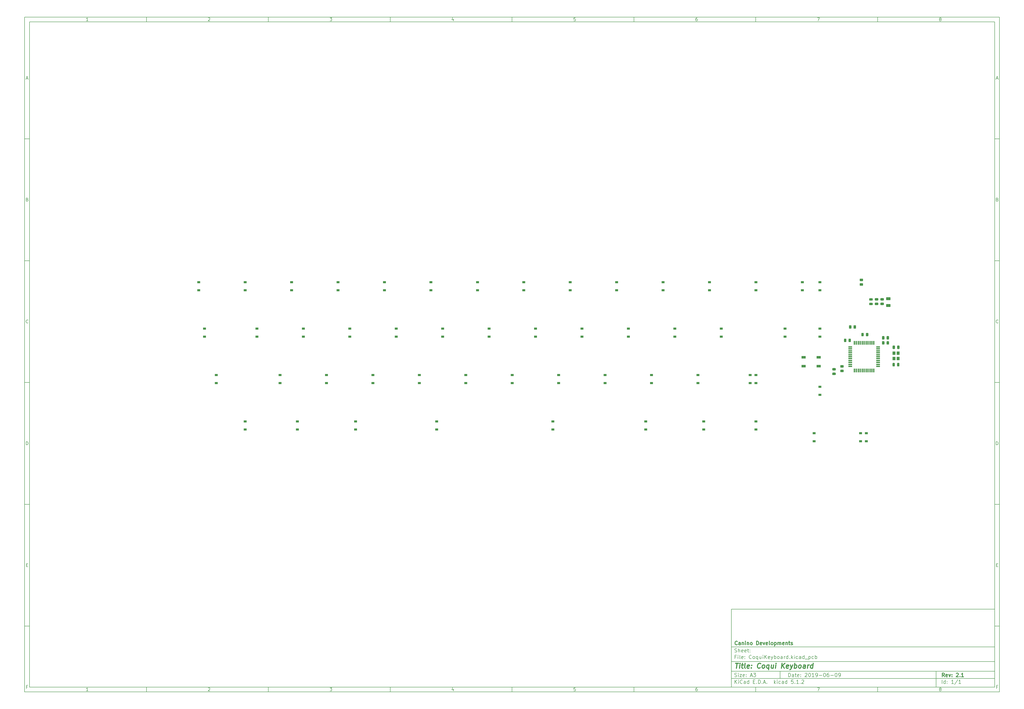
<source format=gbp>
G04 #@! TF.GenerationSoftware,KiCad,Pcbnew,5.1.2*
G04 #@! TF.CreationDate,2019-06-12T21:28:34-04:00*
G04 #@! TF.ProjectId,CoquiKeyboard,436f7175-694b-4657-9962-6f6172642e6b,2.1*
G04 #@! TF.SameCoordinates,Original*
G04 #@! TF.FileFunction,Paste,Bot*
G04 #@! TF.FilePolarity,Positive*
%FSLAX46Y46*%
G04 Gerber Fmt 4.6, Leading zero omitted, Abs format (unit mm)*
G04 Created by KiCad (PCBNEW 5.1.2) date 2019-06-12 21:28:34*
%MOMM*%
%LPD*%
G04 APERTURE LIST*
%ADD10C,0.100000*%
%ADD11C,0.150000*%
%ADD12C,0.300000*%
%ADD13C,0.400000*%
%ADD14R,1.200000X0.900000*%
%ADD15C,0.975000*%
%ADD16C,1.250000*%
%ADD17R,1.800000X1.100000*%
%ADD18R,1.500000X0.550000*%
%ADD19R,0.550000X1.500000*%
%ADD20R,1.200000X1.400000*%
G04 APERTURE END LIST*
D10*
D11*
X299989000Y-253002200D02*
X299989000Y-285002200D01*
X407989000Y-285002200D01*
X407989000Y-253002200D01*
X299989000Y-253002200D01*
D10*
D11*
X10000000Y-10000000D02*
X10000000Y-287002200D01*
X409989000Y-287002200D01*
X409989000Y-10000000D01*
X10000000Y-10000000D01*
D10*
D11*
X12000000Y-12000000D02*
X12000000Y-285002200D01*
X407989000Y-285002200D01*
X407989000Y-12000000D01*
X12000000Y-12000000D01*
D10*
D11*
X60000000Y-12000000D02*
X60000000Y-10000000D01*
D10*
D11*
X110000000Y-12000000D02*
X110000000Y-10000000D01*
D10*
D11*
X160000000Y-12000000D02*
X160000000Y-10000000D01*
D10*
D11*
X210000000Y-12000000D02*
X210000000Y-10000000D01*
D10*
D11*
X260000000Y-12000000D02*
X260000000Y-10000000D01*
D10*
D11*
X310000000Y-12000000D02*
X310000000Y-10000000D01*
D10*
D11*
X360000000Y-12000000D02*
X360000000Y-10000000D01*
D10*
D11*
X36065476Y-11588095D02*
X35322619Y-11588095D01*
X35694047Y-11588095D02*
X35694047Y-10288095D01*
X35570238Y-10473809D01*
X35446428Y-10597619D01*
X35322619Y-10659523D01*
D10*
D11*
X85322619Y-10411904D02*
X85384523Y-10350000D01*
X85508333Y-10288095D01*
X85817857Y-10288095D01*
X85941666Y-10350000D01*
X86003571Y-10411904D01*
X86065476Y-10535714D01*
X86065476Y-10659523D01*
X86003571Y-10845238D01*
X85260714Y-11588095D01*
X86065476Y-11588095D01*
D10*
D11*
X135260714Y-10288095D02*
X136065476Y-10288095D01*
X135632142Y-10783333D01*
X135817857Y-10783333D01*
X135941666Y-10845238D01*
X136003571Y-10907142D01*
X136065476Y-11030952D01*
X136065476Y-11340476D01*
X136003571Y-11464285D01*
X135941666Y-11526190D01*
X135817857Y-11588095D01*
X135446428Y-11588095D01*
X135322619Y-11526190D01*
X135260714Y-11464285D01*
D10*
D11*
X185941666Y-10721428D02*
X185941666Y-11588095D01*
X185632142Y-10226190D02*
X185322619Y-11154761D01*
X186127380Y-11154761D01*
D10*
D11*
X236003571Y-10288095D02*
X235384523Y-10288095D01*
X235322619Y-10907142D01*
X235384523Y-10845238D01*
X235508333Y-10783333D01*
X235817857Y-10783333D01*
X235941666Y-10845238D01*
X236003571Y-10907142D01*
X236065476Y-11030952D01*
X236065476Y-11340476D01*
X236003571Y-11464285D01*
X235941666Y-11526190D01*
X235817857Y-11588095D01*
X235508333Y-11588095D01*
X235384523Y-11526190D01*
X235322619Y-11464285D01*
D10*
D11*
X285941666Y-10288095D02*
X285694047Y-10288095D01*
X285570238Y-10350000D01*
X285508333Y-10411904D01*
X285384523Y-10597619D01*
X285322619Y-10845238D01*
X285322619Y-11340476D01*
X285384523Y-11464285D01*
X285446428Y-11526190D01*
X285570238Y-11588095D01*
X285817857Y-11588095D01*
X285941666Y-11526190D01*
X286003571Y-11464285D01*
X286065476Y-11340476D01*
X286065476Y-11030952D01*
X286003571Y-10907142D01*
X285941666Y-10845238D01*
X285817857Y-10783333D01*
X285570238Y-10783333D01*
X285446428Y-10845238D01*
X285384523Y-10907142D01*
X285322619Y-11030952D01*
D10*
D11*
X335260714Y-10288095D02*
X336127380Y-10288095D01*
X335570238Y-11588095D01*
D10*
D11*
X385570238Y-10845238D02*
X385446428Y-10783333D01*
X385384523Y-10721428D01*
X385322619Y-10597619D01*
X385322619Y-10535714D01*
X385384523Y-10411904D01*
X385446428Y-10350000D01*
X385570238Y-10288095D01*
X385817857Y-10288095D01*
X385941666Y-10350000D01*
X386003571Y-10411904D01*
X386065476Y-10535714D01*
X386065476Y-10597619D01*
X386003571Y-10721428D01*
X385941666Y-10783333D01*
X385817857Y-10845238D01*
X385570238Y-10845238D01*
X385446428Y-10907142D01*
X385384523Y-10969047D01*
X385322619Y-11092857D01*
X385322619Y-11340476D01*
X385384523Y-11464285D01*
X385446428Y-11526190D01*
X385570238Y-11588095D01*
X385817857Y-11588095D01*
X385941666Y-11526190D01*
X386003571Y-11464285D01*
X386065476Y-11340476D01*
X386065476Y-11092857D01*
X386003571Y-10969047D01*
X385941666Y-10907142D01*
X385817857Y-10845238D01*
D10*
D11*
X60000000Y-285002200D02*
X60000000Y-287002200D01*
D10*
D11*
X110000000Y-285002200D02*
X110000000Y-287002200D01*
D10*
D11*
X160000000Y-285002200D02*
X160000000Y-287002200D01*
D10*
D11*
X210000000Y-285002200D02*
X210000000Y-287002200D01*
D10*
D11*
X260000000Y-285002200D02*
X260000000Y-287002200D01*
D10*
D11*
X310000000Y-285002200D02*
X310000000Y-287002200D01*
D10*
D11*
X360000000Y-285002200D02*
X360000000Y-287002200D01*
D10*
D11*
X36065476Y-286590295D02*
X35322619Y-286590295D01*
X35694047Y-286590295D02*
X35694047Y-285290295D01*
X35570238Y-285476009D01*
X35446428Y-285599819D01*
X35322619Y-285661723D01*
D10*
D11*
X85322619Y-285414104D02*
X85384523Y-285352200D01*
X85508333Y-285290295D01*
X85817857Y-285290295D01*
X85941666Y-285352200D01*
X86003571Y-285414104D01*
X86065476Y-285537914D01*
X86065476Y-285661723D01*
X86003571Y-285847438D01*
X85260714Y-286590295D01*
X86065476Y-286590295D01*
D10*
D11*
X135260714Y-285290295D02*
X136065476Y-285290295D01*
X135632142Y-285785533D01*
X135817857Y-285785533D01*
X135941666Y-285847438D01*
X136003571Y-285909342D01*
X136065476Y-286033152D01*
X136065476Y-286342676D01*
X136003571Y-286466485D01*
X135941666Y-286528390D01*
X135817857Y-286590295D01*
X135446428Y-286590295D01*
X135322619Y-286528390D01*
X135260714Y-286466485D01*
D10*
D11*
X185941666Y-285723628D02*
X185941666Y-286590295D01*
X185632142Y-285228390D02*
X185322619Y-286156961D01*
X186127380Y-286156961D01*
D10*
D11*
X236003571Y-285290295D02*
X235384523Y-285290295D01*
X235322619Y-285909342D01*
X235384523Y-285847438D01*
X235508333Y-285785533D01*
X235817857Y-285785533D01*
X235941666Y-285847438D01*
X236003571Y-285909342D01*
X236065476Y-286033152D01*
X236065476Y-286342676D01*
X236003571Y-286466485D01*
X235941666Y-286528390D01*
X235817857Y-286590295D01*
X235508333Y-286590295D01*
X235384523Y-286528390D01*
X235322619Y-286466485D01*
D10*
D11*
X285941666Y-285290295D02*
X285694047Y-285290295D01*
X285570238Y-285352200D01*
X285508333Y-285414104D01*
X285384523Y-285599819D01*
X285322619Y-285847438D01*
X285322619Y-286342676D01*
X285384523Y-286466485D01*
X285446428Y-286528390D01*
X285570238Y-286590295D01*
X285817857Y-286590295D01*
X285941666Y-286528390D01*
X286003571Y-286466485D01*
X286065476Y-286342676D01*
X286065476Y-286033152D01*
X286003571Y-285909342D01*
X285941666Y-285847438D01*
X285817857Y-285785533D01*
X285570238Y-285785533D01*
X285446428Y-285847438D01*
X285384523Y-285909342D01*
X285322619Y-286033152D01*
D10*
D11*
X335260714Y-285290295D02*
X336127380Y-285290295D01*
X335570238Y-286590295D01*
D10*
D11*
X385570238Y-285847438D02*
X385446428Y-285785533D01*
X385384523Y-285723628D01*
X385322619Y-285599819D01*
X385322619Y-285537914D01*
X385384523Y-285414104D01*
X385446428Y-285352200D01*
X385570238Y-285290295D01*
X385817857Y-285290295D01*
X385941666Y-285352200D01*
X386003571Y-285414104D01*
X386065476Y-285537914D01*
X386065476Y-285599819D01*
X386003571Y-285723628D01*
X385941666Y-285785533D01*
X385817857Y-285847438D01*
X385570238Y-285847438D01*
X385446428Y-285909342D01*
X385384523Y-285971247D01*
X385322619Y-286095057D01*
X385322619Y-286342676D01*
X385384523Y-286466485D01*
X385446428Y-286528390D01*
X385570238Y-286590295D01*
X385817857Y-286590295D01*
X385941666Y-286528390D01*
X386003571Y-286466485D01*
X386065476Y-286342676D01*
X386065476Y-286095057D01*
X386003571Y-285971247D01*
X385941666Y-285909342D01*
X385817857Y-285847438D01*
D10*
D11*
X10000000Y-60000000D02*
X12000000Y-60000000D01*
D10*
D11*
X10000000Y-110000000D02*
X12000000Y-110000000D01*
D10*
D11*
X10000000Y-160000000D02*
X12000000Y-160000000D01*
D10*
D11*
X10000000Y-210000000D02*
X12000000Y-210000000D01*
D10*
D11*
X10000000Y-260000000D02*
X12000000Y-260000000D01*
D10*
D11*
X10690476Y-35216666D02*
X11309523Y-35216666D01*
X10566666Y-35588095D02*
X11000000Y-34288095D01*
X11433333Y-35588095D01*
D10*
D11*
X11092857Y-84907142D02*
X11278571Y-84969047D01*
X11340476Y-85030952D01*
X11402380Y-85154761D01*
X11402380Y-85340476D01*
X11340476Y-85464285D01*
X11278571Y-85526190D01*
X11154761Y-85588095D01*
X10659523Y-85588095D01*
X10659523Y-84288095D01*
X11092857Y-84288095D01*
X11216666Y-84350000D01*
X11278571Y-84411904D01*
X11340476Y-84535714D01*
X11340476Y-84659523D01*
X11278571Y-84783333D01*
X11216666Y-84845238D01*
X11092857Y-84907142D01*
X10659523Y-84907142D01*
D10*
D11*
X11402380Y-135464285D02*
X11340476Y-135526190D01*
X11154761Y-135588095D01*
X11030952Y-135588095D01*
X10845238Y-135526190D01*
X10721428Y-135402380D01*
X10659523Y-135278571D01*
X10597619Y-135030952D01*
X10597619Y-134845238D01*
X10659523Y-134597619D01*
X10721428Y-134473809D01*
X10845238Y-134350000D01*
X11030952Y-134288095D01*
X11154761Y-134288095D01*
X11340476Y-134350000D01*
X11402380Y-134411904D01*
D10*
D11*
X10659523Y-185588095D02*
X10659523Y-184288095D01*
X10969047Y-184288095D01*
X11154761Y-184350000D01*
X11278571Y-184473809D01*
X11340476Y-184597619D01*
X11402380Y-184845238D01*
X11402380Y-185030952D01*
X11340476Y-185278571D01*
X11278571Y-185402380D01*
X11154761Y-185526190D01*
X10969047Y-185588095D01*
X10659523Y-185588095D01*
D10*
D11*
X10721428Y-234907142D02*
X11154761Y-234907142D01*
X11340476Y-235588095D02*
X10721428Y-235588095D01*
X10721428Y-234288095D01*
X11340476Y-234288095D01*
D10*
D11*
X11185714Y-284907142D02*
X10752380Y-284907142D01*
X10752380Y-285588095D02*
X10752380Y-284288095D01*
X11371428Y-284288095D01*
D10*
D11*
X409989000Y-60000000D02*
X407989000Y-60000000D01*
D10*
D11*
X409989000Y-110000000D02*
X407989000Y-110000000D01*
D10*
D11*
X409989000Y-160000000D02*
X407989000Y-160000000D01*
D10*
D11*
X409989000Y-210000000D02*
X407989000Y-210000000D01*
D10*
D11*
X409989000Y-260000000D02*
X407989000Y-260000000D01*
D10*
D11*
X408679476Y-35216666D02*
X409298523Y-35216666D01*
X408555666Y-35588095D02*
X408989000Y-34288095D01*
X409422333Y-35588095D01*
D10*
D11*
X409081857Y-84907142D02*
X409267571Y-84969047D01*
X409329476Y-85030952D01*
X409391380Y-85154761D01*
X409391380Y-85340476D01*
X409329476Y-85464285D01*
X409267571Y-85526190D01*
X409143761Y-85588095D01*
X408648523Y-85588095D01*
X408648523Y-84288095D01*
X409081857Y-84288095D01*
X409205666Y-84350000D01*
X409267571Y-84411904D01*
X409329476Y-84535714D01*
X409329476Y-84659523D01*
X409267571Y-84783333D01*
X409205666Y-84845238D01*
X409081857Y-84907142D01*
X408648523Y-84907142D01*
D10*
D11*
X409391380Y-135464285D02*
X409329476Y-135526190D01*
X409143761Y-135588095D01*
X409019952Y-135588095D01*
X408834238Y-135526190D01*
X408710428Y-135402380D01*
X408648523Y-135278571D01*
X408586619Y-135030952D01*
X408586619Y-134845238D01*
X408648523Y-134597619D01*
X408710428Y-134473809D01*
X408834238Y-134350000D01*
X409019952Y-134288095D01*
X409143761Y-134288095D01*
X409329476Y-134350000D01*
X409391380Y-134411904D01*
D10*
D11*
X408648523Y-185588095D02*
X408648523Y-184288095D01*
X408958047Y-184288095D01*
X409143761Y-184350000D01*
X409267571Y-184473809D01*
X409329476Y-184597619D01*
X409391380Y-184845238D01*
X409391380Y-185030952D01*
X409329476Y-185278571D01*
X409267571Y-185402380D01*
X409143761Y-185526190D01*
X408958047Y-185588095D01*
X408648523Y-185588095D01*
D10*
D11*
X408710428Y-234907142D02*
X409143761Y-234907142D01*
X409329476Y-235588095D02*
X408710428Y-235588095D01*
X408710428Y-234288095D01*
X409329476Y-234288095D01*
D10*
D11*
X409174714Y-284907142D02*
X408741380Y-284907142D01*
X408741380Y-285588095D02*
X408741380Y-284288095D01*
X409360428Y-284288095D01*
D10*
D11*
X323421142Y-280780771D02*
X323421142Y-279280771D01*
X323778285Y-279280771D01*
X323992571Y-279352200D01*
X324135428Y-279495057D01*
X324206857Y-279637914D01*
X324278285Y-279923628D01*
X324278285Y-280137914D01*
X324206857Y-280423628D01*
X324135428Y-280566485D01*
X323992571Y-280709342D01*
X323778285Y-280780771D01*
X323421142Y-280780771D01*
X325564000Y-280780771D02*
X325564000Y-279995057D01*
X325492571Y-279852200D01*
X325349714Y-279780771D01*
X325064000Y-279780771D01*
X324921142Y-279852200D01*
X325564000Y-280709342D02*
X325421142Y-280780771D01*
X325064000Y-280780771D01*
X324921142Y-280709342D01*
X324849714Y-280566485D01*
X324849714Y-280423628D01*
X324921142Y-280280771D01*
X325064000Y-280209342D01*
X325421142Y-280209342D01*
X325564000Y-280137914D01*
X326064000Y-279780771D02*
X326635428Y-279780771D01*
X326278285Y-279280771D02*
X326278285Y-280566485D01*
X326349714Y-280709342D01*
X326492571Y-280780771D01*
X326635428Y-280780771D01*
X327706857Y-280709342D02*
X327564000Y-280780771D01*
X327278285Y-280780771D01*
X327135428Y-280709342D01*
X327064000Y-280566485D01*
X327064000Y-279995057D01*
X327135428Y-279852200D01*
X327278285Y-279780771D01*
X327564000Y-279780771D01*
X327706857Y-279852200D01*
X327778285Y-279995057D01*
X327778285Y-280137914D01*
X327064000Y-280280771D01*
X328421142Y-280637914D02*
X328492571Y-280709342D01*
X328421142Y-280780771D01*
X328349714Y-280709342D01*
X328421142Y-280637914D01*
X328421142Y-280780771D01*
X328421142Y-279852200D02*
X328492571Y-279923628D01*
X328421142Y-279995057D01*
X328349714Y-279923628D01*
X328421142Y-279852200D01*
X328421142Y-279995057D01*
X330206857Y-279423628D02*
X330278285Y-279352200D01*
X330421142Y-279280771D01*
X330778285Y-279280771D01*
X330921142Y-279352200D01*
X330992571Y-279423628D01*
X331064000Y-279566485D01*
X331064000Y-279709342D01*
X330992571Y-279923628D01*
X330135428Y-280780771D01*
X331064000Y-280780771D01*
X331992571Y-279280771D02*
X332135428Y-279280771D01*
X332278285Y-279352200D01*
X332349714Y-279423628D01*
X332421142Y-279566485D01*
X332492571Y-279852200D01*
X332492571Y-280209342D01*
X332421142Y-280495057D01*
X332349714Y-280637914D01*
X332278285Y-280709342D01*
X332135428Y-280780771D01*
X331992571Y-280780771D01*
X331849714Y-280709342D01*
X331778285Y-280637914D01*
X331706857Y-280495057D01*
X331635428Y-280209342D01*
X331635428Y-279852200D01*
X331706857Y-279566485D01*
X331778285Y-279423628D01*
X331849714Y-279352200D01*
X331992571Y-279280771D01*
X333921142Y-280780771D02*
X333064000Y-280780771D01*
X333492571Y-280780771D02*
X333492571Y-279280771D01*
X333349714Y-279495057D01*
X333206857Y-279637914D01*
X333064000Y-279709342D01*
X334635428Y-280780771D02*
X334921142Y-280780771D01*
X335064000Y-280709342D01*
X335135428Y-280637914D01*
X335278285Y-280423628D01*
X335349714Y-280137914D01*
X335349714Y-279566485D01*
X335278285Y-279423628D01*
X335206857Y-279352200D01*
X335064000Y-279280771D01*
X334778285Y-279280771D01*
X334635428Y-279352200D01*
X334564000Y-279423628D01*
X334492571Y-279566485D01*
X334492571Y-279923628D01*
X334564000Y-280066485D01*
X334635428Y-280137914D01*
X334778285Y-280209342D01*
X335064000Y-280209342D01*
X335206857Y-280137914D01*
X335278285Y-280066485D01*
X335349714Y-279923628D01*
X335992571Y-280209342D02*
X337135428Y-280209342D01*
X338135428Y-279280771D02*
X338278285Y-279280771D01*
X338421142Y-279352200D01*
X338492571Y-279423628D01*
X338564000Y-279566485D01*
X338635428Y-279852200D01*
X338635428Y-280209342D01*
X338564000Y-280495057D01*
X338492571Y-280637914D01*
X338421142Y-280709342D01*
X338278285Y-280780771D01*
X338135428Y-280780771D01*
X337992571Y-280709342D01*
X337921142Y-280637914D01*
X337849714Y-280495057D01*
X337778285Y-280209342D01*
X337778285Y-279852200D01*
X337849714Y-279566485D01*
X337921142Y-279423628D01*
X337992571Y-279352200D01*
X338135428Y-279280771D01*
X339921142Y-279280771D02*
X339635428Y-279280771D01*
X339492571Y-279352200D01*
X339421142Y-279423628D01*
X339278285Y-279637914D01*
X339206857Y-279923628D01*
X339206857Y-280495057D01*
X339278285Y-280637914D01*
X339349714Y-280709342D01*
X339492571Y-280780771D01*
X339778285Y-280780771D01*
X339921142Y-280709342D01*
X339992571Y-280637914D01*
X340064000Y-280495057D01*
X340064000Y-280137914D01*
X339992571Y-279995057D01*
X339921142Y-279923628D01*
X339778285Y-279852200D01*
X339492571Y-279852200D01*
X339349714Y-279923628D01*
X339278285Y-279995057D01*
X339206857Y-280137914D01*
X340706857Y-280209342D02*
X341849714Y-280209342D01*
X342849714Y-279280771D02*
X342992571Y-279280771D01*
X343135428Y-279352200D01*
X343206857Y-279423628D01*
X343278285Y-279566485D01*
X343349714Y-279852200D01*
X343349714Y-280209342D01*
X343278285Y-280495057D01*
X343206857Y-280637914D01*
X343135428Y-280709342D01*
X342992571Y-280780771D01*
X342849714Y-280780771D01*
X342706857Y-280709342D01*
X342635428Y-280637914D01*
X342564000Y-280495057D01*
X342492571Y-280209342D01*
X342492571Y-279852200D01*
X342564000Y-279566485D01*
X342635428Y-279423628D01*
X342706857Y-279352200D01*
X342849714Y-279280771D01*
X344064000Y-280780771D02*
X344349714Y-280780771D01*
X344492571Y-280709342D01*
X344564000Y-280637914D01*
X344706857Y-280423628D01*
X344778285Y-280137914D01*
X344778285Y-279566485D01*
X344706857Y-279423628D01*
X344635428Y-279352200D01*
X344492571Y-279280771D01*
X344206857Y-279280771D01*
X344064000Y-279352200D01*
X343992571Y-279423628D01*
X343921142Y-279566485D01*
X343921142Y-279923628D01*
X343992571Y-280066485D01*
X344064000Y-280137914D01*
X344206857Y-280209342D01*
X344492571Y-280209342D01*
X344635428Y-280137914D01*
X344706857Y-280066485D01*
X344778285Y-279923628D01*
D10*
D11*
X299989000Y-281502200D02*
X407989000Y-281502200D01*
D10*
D11*
X301421142Y-283580771D02*
X301421142Y-282080771D01*
X302278285Y-283580771D02*
X301635428Y-282723628D01*
X302278285Y-282080771D02*
X301421142Y-282937914D01*
X302921142Y-283580771D02*
X302921142Y-282580771D01*
X302921142Y-282080771D02*
X302849714Y-282152200D01*
X302921142Y-282223628D01*
X302992571Y-282152200D01*
X302921142Y-282080771D01*
X302921142Y-282223628D01*
X304492571Y-283437914D02*
X304421142Y-283509342D01*
X304206857Y-283580771D01*
X304064000Y-283580771D01*
X303849714Y-283509342D01*
X303706857Y-283366485D01*
X303635428Y-283223628D01*
X303564000Y-282937914D01*
X303564000Y-282723628D01*
X303635428Y-282437914D01*
X303706857Y-282295057D01*
X303849714Y-282152200D01*
X304064000Y-282080771D01*
X304206857Y-282080771D01*
X304421142Y-282152200D01*
X304492571Y-282223628D01*
X305778285Y-283580771D02*
X305778285Y-282795057D01*
X305706857Y-282652200D01*
X305564000Y-282580771D01*
X305278285Y-282580771D01*
X305135428Y-282652200D01*
X305778285Y-283509342D02*
X305635428Y-283580771D01*
X305278285Y-283580771D01*
X305135428Y-283509342D01*
X305064000Y-283366485D01*
X305064000Y-283223628D01*
X305135428Y-283080771D01*
X305278285Y-283009342D01*
X305635428Y-283009342D01*
X305778285Y-282937914D01*
X307135428Y-283580771D02*
X307135428Y-282080771D01*
X307135428Y-283509342D02*
X306992571Y-283580771D01*
X306706857Y-283580771D01*
X306564000Y-283509342D01*
X306492571Y-283437914D01*
X306421142Y-283295057D01*
X306421142Y-282866485D01*
X306492571Y-282723628D01*
X306564000Y-282652200D01*
X306706857Y-282580771D01*
X306992571Y-282580771D01*
X307135428Y-282652200D01*
X308992571Y-282795057D02*
X309492571Y-282795057D01*
X309706857Y-283580771D02*
X308992571Y-283580771D01*
X308992571Y-282080771D01*
X309706857Y-282080771D01*
X310349714Y-283437914D02*
X310421142Y-283509342D01*
X310349714Y-283580771D01*
X310278285Y-283509342D01*
X310349714Y-283437914D01*
X310349714Y-283580771D01*
X311064000Y-283580771D02*
X311064000Y-282080771D01*
X311421142Y-282080771D01*
X311635428Y-282152200D01*
X311778285Y-282295057D01*
X311849714Y-282437914D01*
X311921142Y-282723628D01*
X311921142Y-282937914D01*
X311849714Y-283223628D01*
X311778285Y-283366485D01*
X311635428Y-283509342D01*
X311421142Y-283580771D01*
X311064000Y-283580771D01*
X312564000Y-283437914D02*
X312635428Y-283509342D01*
X312564000Y-283580771D01*
X312492571Y-283509342D01*
X312564000Y-283437914D01*
X312564000Y-283580771D01*
X313206857Y-283152200D02*
X313921142Y-283152200D01*
X313064000Y-283580771D02*
X313564000Y-282080771D01*
X314064000Y-283580771D01*
X314564000Y-283437914D02*
X314635428Y-283509342D01*
X314564000Y-283580771D01*
X314492571Y-283509342D01*
X314564000Y-283437914D01*
X314564000Y-283580771D01*
X317564000Y-283580771D02*
X317564000Y-282080771D01*
X317706857Y-283009342D02*
X318135428Y-283580771D01*
X318135428Y-282580771D02*
X317564000Y-283152200D01*
X318778285Y-283580771D02*
X318778285Y-282580771D01*
X318778285Y-282080771D02*
X318706857Y-282152200D01*
X318778285Y-282223628D01*
X318849714Y-282152200D01*
X318778285Y-282080771D01*
X318778285Y-282223628D01*
X320135428Y-283509342D02*
X319992571Y-283580771D01*
X319706857Y-283580771D01*
X319564000Y-283509342D01*
X319492571Y-283437914D01*
X319421142Y-283295057D01*
X319421142Y-282866485D01*
X319492571Y-282723628D01*
X319564000Y-282652200D01*
X319706857Y-282580771D01*
X319992571Y-282580771D01*
X320135428Y-282652200D01*
X321421142Y-283580771D02*
X321421142Y-282795057D01*
X321349714Y-282652200D01*
X321206857Y-282580771D01*
X320921142Y-282580771D01*
X320778285Y-282652200D01*
X321421142Y-283509342D02*
X321278285Y-283580771D01*
X320921142Y-283580771D01*
X320778285Y-283509342D01*
X320706857Y-283366485D01*
X320706857Y-283223628D01*
X320778285Y-283080771D01*
X320921142Y-283009342D01*
X321278285Y-283009342D01*
X321421142Y-282937914D01*
X322778285Y-283580771D02*
X322778285Y-282080771D01*
X322778285Y-283509342D02*
X322635428Y-283580771D01*
X322349714Y-283580771D01*
X322206857Y-283509342D01*
X322135428Y-283437914D01*
X322064000Y-283295057D01*
X322064000Y-282866485D01*
X322135428Y-282723628D01*
X322206857Y-282652200D01*
X322349714Y-282580771D01*
X322635428Y-282580771D01*
X322778285Y-282652200D01*
X325349714Y-282080771D02*
X324635428Y-282080771D01*
X324564000Y-282795057D01*
X324635428Y-282723628D01*
X324778285Y-282652200D01*
X325135428Y-282652200D01*
X325278285Y-282723628D01*
X325349714Y-282795057D01*
X325421142Y-282937914D01*
X325421142Y-283295057D01*
X325349714Y-283437914D01*
X325278285Y-283509342D01*
X325135428Y-283580771D01*
X324778285Y-283580771D01*
X324635428Y-283509342D01*
X324564000Y-283437914D01*
X326064000Y-283437914D02*
X326135428Y-283509342D01*
X326064000Y-283580771D01*
X325992571Y-283509342D01*
X326064000Y-283437914D01*
X326064000Y-283580771D01*
X327564000Y-283580771D02*
X326706857Y-283580771D01*
X327135428Y-283580771D02*
X327135428Y-282080771D01*
X326992571Y-282295057D01*
X326849714Y-282437914D01*
X326706857Y-282509342D01*
X328206857Y-283437914D02*
X328278285Y-283509342D01*
X328206857Y-283580771D01*
X328135428Y-283509342D01*
X328206857Y-283437914D01*
X328206857Y-283580771D01*
X328849714Y-282223628D02*
X328921142Y-282152200D01*
X329064000Y-282080771D01*
X329421142Y-282080771D01*
X329564000Y-282152200D01*
X329635428Y-282223628D01*
X329706857Y-282366485D01*
X329706857Y-282509342D01*
X329635428Y-282723628D01*
X328778285Y-283580771D01*
X329706857Y-283580771D01*
D10*
D11*
X299989000Y-278502200D02*
X407989000Y-278502200D01*
D10*
D12*
X387398285Y-280780771D02*
X386898285Y-280066485D01*
X386541142Y-280780771D02*
X386541142Y-279280771D01*
X387112571Y-279280771D01*
X387255428Y-279352200D01*
X387326857Y-279423628D01*
X387398285Y-279566485D01*
X387398285Y-279780771D01*
X387326857Y-279923628D01*
X387255428Y-279995057D01*
X387112571Y-280066485D01*
X386541142Y-280066485D01*
X388612571Y-280709342D02*
X388469714Y-280780771D01*
X388184000Y-280780771D01*
X388041142Y-280709342D01*
X387969714Y-280566485D01*
X387969714Y-279995057D01*
X388041142Y-279852200D01*
X388184000Y-279780771D01*
X388469714Y-279780771D01*
X388612571Y-279852200D01*
X388684000Y-279995057D01*
X388684000Y-280137914D01*
X387969714Y-280280771D01*
X389184000Y-279780771D02*
X389541142Y-280780771D01*
X389898285Y-279780771D01*
X390469714Y-280637914D02*
X390541142Y-280709342D01*
X390469714Y-280780771D01*
X390398285Y-280709342D01*
X390469714Y-280637914D01*
X390469714Y-280780771D01*
X390469714Y-279852200D02*
X390541142Y-279923628D01*
X390469714Y-279995057D01*
X390398285Y-279923628D01*
X390469714Y-279852200D01*
X390469714Y-279995057D01*
X392255428Y-279423628D02*
X392326857Y-279352200D01*
X392469714Y-279280771D01*
X392826857Y-279280771D01*
X392969714Y-279352200D01*
X393041142Y-279423628D01*
X393112571Y-279566485D01*
X393112571Y-279709342D01*
X393041142Y-279923628D01*
X392184000Y-280780771D01*
X393112571Y-280780771D01*
X393755428Y-280637914D02*
X393826857Y-280709342D01*
X393755428Y-280780771D01*
X393684000Y-280709342D01*
X393755428Y-280637914D01*
X393755428Y-280780771D01*
X395255428Y-280780771D02*
X394398285Y-280780771D01*
X394826857Y-280780771D02*
X394826857Y-279280771D01*
X394684000Y-279495057D01*
X394541142Y-279637914D01*
X394398285Y-279709342D01*
D10*
D11*
X301349714Y-280709342D02*
X301564000Y-280780771D01*
X301921142Y-280780771D01*
X302064000Y-280709342D01*
X302135428Y-280637914D01*
X302206857Y-280495057D01*
X302206857Y-280352200D01*
X302135428Y-280209342D01*
X302064000Y-280137914D01*
X301921142Y-280066485D01*
X301635428Y-279995057D01*
X301492571Y-279923628D01*
X301421142Y-279852200D01*
X301349714Y-279709342D01*
X301349714Y-279566485D01*
X301421142Y-279423628D01*
X301492571Y-279352200D01*
X301635428Y-279280771D01*
X301992571Y-279280771D01*
X302206857Y-279352200D01*
X302849714Y-280780771D02*
X302849714Y-279780771D01*
X302849714Y-279280771D02*
X302778285Y-279352200D01*
X302849714Y-279423628D01*
X302921142Y-279352200D01*
X302849714Y-279280771D01*
X302849714Y-279423628D01*
X303421142Y-279780771D02*
X304206857Y-279780771D01*
X303421142Y-280780771D01*
X304206857Y-280780771D01*
X305349714Y-280709342D02*
X305206857Y-280780771D01*
X304921142Y-280780771D01*
X304778285Y-280709342D01*
X304706857Y-280566485D01*
X304706857Y-279995057D01*
X304778285Y-279852200D01*
X304921142Y-279780771D01*
X305206857Y-279780771D01*
X305349714Y-279852200D01*
X305421142Y-279995057D01*
X305421142Y-280137914D01*
X304706857Y-280280771D01*
X306064000Y-280637914D02*
X306135428Y-280709342D01*
X306064000Y-280780771D01*
X305992571Y-280709342D01*
X306064000Y-280637914D01*
X306064000Y-280780771D01*
X306064000Y-279852200D02*
X306135428Y-279923628D01*
X306064000Y-279995057D01*
X305992571Y-279923628D01*
X306064000Y-279852200D01*
X306064000Y-279995057D01*
X307849714Y-280352200D02*
X308564000Y-280352200D01*
X307706857Y-280780771D02*
X308206857Y-279280771D01*
X308706857Y-280780771D01*
X309064000Y-279280771D02*
X309992571Y-279280771D01*
X309492571Y-279852200D01*
X309706857Y-279852200D01*
X309849714Y-279923628D01*
X309921142Y-279995057D01*
X309992571Y-280137914D01*
X309992571Y-280495057D01*
X309921142Y-280637914D01*
X309849714Y-280709342D01*
X309706857Y-280780771D01*
X309278285Y-280780771D01*
X309135428Y-280709342D01*
X309064000Y-280637914D01*
D10*
D11*
X386421142Y-283580771D02*
X386421142Y-282080771D01*
X387778285Y-283580771D02*
X387778285Y-282080771D01*
X387778285Y-283509342D02*
X387635428Y-283580771D01*
X387349714Y-283580771D01*
X387206857Y-283509342D01*
X387135428Y-283437914D01*
X387064000Y-283295057D01*
X387064000Y-282866485D01*
X387135428Y-282723628D01*
X387206857Y-282652200D01*
X387349714Y-282580771D01*
X387635428Y-282580771D01*
X387778285Y-282652200D01*
X388492571Y-283437914D02*
X388564000Y-283509342D01*
X388492571Y-283580771D01*
X388421142Y-283509342D01*
X388492571Y-283437914D01*
X388492571Y-283580771D01*
X388492571Y-282652200D02*
X388564000Y-282723628D01*
X388492571Y-282795057D01*
X388421142Y-282723628D01*
X388492571Y-282652200D01*
X388492571Y-282795057D01*
X391135428Y-283580771D02*
X390278285Y-283580771D01*
X390706857Y-283580771D02*
X390706857Y-282080771D01*
X390564000Y-282295057D01*
X390421142Y-282437914D01*
X390278285Y-282509342D01*
X392849714Y-282009342D02*
X391564000Y-283937914D01*
X394135428Y-283580771D02*
X393278285Y-283580771D01*
X393706857Y-283580771D02*
X393706857Y-282080771D01*
X393564000Y-282295057D01*
X393421142Y-282437914D01*
X393278285Y-282509342D01*
D10*
D11*
X299989000Y-274502200D02*
X407989000Y-274502200D01*
D10*
D13*
X301701380Y-275206961D02*
X302844238Y-275206961D01*
X302022809Y-277206961D02*
X302272809Y-275206961D01*
X303260904Y-277206961D02*
X303427571Y-275873628D01*
X303510904Y-275206961D02*
X303403761Y-275302200D01*
X303487095Y-275397438D01*
X303594238Y-275302200D01*
X303510904Y-275206961D01*
X303487095Y-275397438D01*
X304094238Y-275873628D02*
X304856142Y-275873628D01*
X304463285Y-275206961D02*
X304249000Y-276921247D01*
X304320428Y-277111723D01*
X304499000Y-277206961D01*
X304689476Y-277206961D01*
X305641857Y-277206961D02*
X305463285Y-277111723D01*
X305391857Y-276921247D01*
X305606142Y-275206961D01*
X307177571Y-277111723D02*
X306975190Y-277206961D01*
X306594238Y-277206961D01*
X306415666Y-277111723D01*
X306344238Y-276921247D01*
X306439476Y-276159342D01*
X306558523Y-275968866D01*
X306760904Y-275873628D01*
X307141857Y-275873628D01*
X307320428Y-275968866D01*
X307391857Y-276159342D01*
X307368047Y-276349819D01*
X306391857Y-276540295D01*
X308141857Y-277016485D02*
X308225190Y-277111723D01*
X308118047Y-277206961D01*
X308034714Y-277111723D01*
X308141857Y-277016485D01*
X308118047Y-277206961D01*
X308272809Y-275968866D02*
X308356142Y-276064104D01*
X308249000Y-276159342D01*
X308165666Y-276064104D01*
X308272809Y-275968866D01*
X308249000Y-276159342D01*
X311760904Y-277016485D02*
X311653761Y-277111723D01*
X311356142Y-277206961D01*
X311165666Y-277206961D01*
X310891857Y-277111723D01*
X310725190Y-276921247D01*
X310653761Y-276730771D01*
X310606142Y-276349819D01*
X310641857Y-276064104D01*
X310784714Y-275683152D01*
X310903761Y-275492676D01*
X311118047Y-275302200D01*
X311415666Y-275206961D01*
X311606142Y-275206961D01*
X311879952Y-275302200D01*
X311963285Y-275397438D01*
X312879952Y-277206961D02*
X312701380Y-277111723D01*
X312618047Y-277016485D01*
X312546619Y-276826009D01*
X312618047Y-276254580D01*
X312737095Y-276064104D01*
X312844238Y-275968866D01*
X313046619Y-275873628D01*
X313332333Y-275873628D01*
X313510904Y-275968866D01*
X313594238Y-276064104D01*
X313665666Y-276254580D01*
X313594238Y-276826009D01*
X313475190Y-277016485D01*
X313368047Y-277111723D01*
X313165666Y-277206961D01*
X312879952Y-277206961D01*
X315427571Y-275873628D02*
X315177571Y-277873628D01*
X315272809Y-277111723D02*
X315070428Y-277206961D01*
X314689476Y-277206961D01*
X314510904Y-277111723D01*
X314427571Y-277016485D01*
X314356142Y-276826009D01*
X314427571Y-276254580D01*
X314546619Y-276064104D01*
X314653761Y-275968866D01*
X314856142Y-275873628D01*
X315237095Y-275873628D01*
X315415666Y-275968866D01*
X317237095Y-275873628D02*
X317070428Y-277206961D01*
X316379952Y-275873628D02*
X316249000Y-276921247D01*
X316320428Y-277111723D01*
X316499000Y-277206961D01*
X316784714Y-277206961D01*
X316987095Y-277111723D01*
X317094238Y-277016485D01*
X318022809Y-277206961D02*
X318189476Y-275873628D01*
X318272809Y-275206961D02*
X318165666Y-275302200D01*
X318249000Y-275397438D01*
X318356142Y-275302200D01*
X318272809Y-275206961D01*
X318249000Y-275397438D01*
X320499000Y-277206961D02*
X320749000Y-275206961D01*
X321641857Y-277206961D02*
X320927571Y-276064104D01*
X321891857Y-275206961D02*
X320606142Y-276349819D01*
X323272809Y-277111723D02*
X323070428Y-277206961D01*
X322689476Y-277206961D01*
X322510904Y-277111723D01*
X322439476Y-276921247D01*
X322534714Y-276159342D01*
X322653761Y-275968866D01*
X322856142Y-275873628D01*
X323237095Y-275873628D01*
X323415666Y-275968866D01*
X323487095Y-276159342D01*
X323463285Y-276349819D01*
X322487095Y-276540295D01*
X324189476Y-275873628D02*
X324499000Y-277206961D01*
X325141857Y-275873628D02*
X324499000Y-277206961D01*
X324249000Y-277683152D01*
X324141857Y-277778390D01*
X323939476Y-277873628D01*
X325737095Y-277206961D02*
X325987095Y-275206961D01*
X325891857Y-275968866D02*
X326094238Y-275873628D01*
X326475190Y-275873628D01*
X326653761Y-275968866D01*
X326737095Y-276064104D01*
X326808523Y-276254580D01*
X326737095Y-276826009D01*
X326618047Y-277016485D01*
X326510904Y-277111723D01*
X326308523Y-277206961D01*
X325927571Y-277206961D01*
X325749000Y-277111723D01*
X327832333Y-277206961D02*
X327653761Y-277111723D01*
X327570428Y-277016485D01*
X327499000Y-276826009D01*
X327570428Y-276254580D01*
X327689476Y-276064104D01*
X327796619Y-275968866D01*
X327999000Y-275873628D01*
X328284714Y-275873628D01*
X328463285Y-275968866D01*
X328546619Y-276064104D01*
X328618047Y-276254580D01*
X328546619Y-276826009D01*
X328427571Y-277016485D01*
X328320428Y-277111723D01*
X328118047Y-277206961D01*
X327832333Y-277206961D01*
X330213285Y-277206961D02*
X330344238Y-276159342D01*
X330272809Y-275968866D01*
X330094238Y-275873628D01*
X329713285Y-275873628D01*
X329510904Y-275968866D01*
X330225190Y-277111723D02*
X330022809Y-277206961D01*
X329546619Y-277206961D01*
X329368047Y-277111723D01*
X329296619Y-276921247D01*
X329320428Y-276730771D01*
X329439476Y-276540295D01*
X329641857Y-276445057D01*
X330118047Y-276445057D01*
X330320428Y-276349819D01*
X331165666Y-277206961D02*
X331332333Y-275873628D01*
X331284714Y-276254580D02*
X331403761Y-276064104D01*
X331510904Y-275968866D01*
X331713285Y-275873628D01*
X331903761Y-275873628D01*
X333260904Y-277206961D02*
X333510904Y-275206961D01*
X333272809Y-277111723D02*
X333070428Y-277206961D01*
X332689476Y-277206961D01*
X332510904Y-277111723D01*
X332427571Y-277016485D01*
X332356142Y-276826009D01*
X332427571Y-276254580D01*
X332546619Y-276064104D01*
X332653761Y-275968866D01*
X332856142Y-275873628D01*
X333237095Y-275873628D01*
X333415666Y-275968866D01*
D10*
D11*
X301921142Y-272595057D02*
X301421142Y-272595057D01*
X301421142Y-273380771D02*
X301421142Y-271880771D01*
X302135428Y-271880771D01*
X302706857Y-273380771D02*
X302706857Y-272380771D01*
X302706857Y-271880771D02*
X302635428Y-271952200D01*
X302706857Y-272023628D01*
X302778285Y-271952200D01*
X302706857Y-271880771D01*
X302706857Y-272023628D01*
X303635428Y-273380771D02*
X303492571Y-273309342D01*
X303421142Y-273166485D01*
X303421142Y-271880771D01*
X304778285Y-273309342D02*
X304635428Y-273380771D01*
X304349714Y-273380771D01*
X304206857Y-273309342D01*
X304135428Y-273166485D01*
X304135428Y-272595057D01*
X304206857Y-272452200D01*
X304349714Y-272380771D01*
X304635428Y-272380771D01*
X304778285Y-272452200D01*
X304849714Y-272595057D01*
X304849714Y-272737914D01*
X304135428Y-272880771D01*
X305492571Y-273237914D02*
X305564000Y-273309342D01*
X305492571Y-273380771D01*
X305421142Y-273309342D01*
X305492571Y-273237914D01*
X305492571Y-273380771D01*
X305492571Y-272452200D02*
X305564000Y-272523628D01*
X305492571Y-272595057D01*
X305421142Y-272523628D01*
X305492571Y-272452200D01*
X305492571Y-272595057D01*
X308206857Y-273237914D02*
X308135428Y-273309342D01*
X307921142Y-273380771D01*
X307778285Y-273380771D01*
X307564000Y-273309342D01*
X307421142Y-273166485D01*
X307349714Y-273023628D01*
X307278285Y-272737914D01*
X307278285Y-272523628D01*
X307349714Y-272237914D01*
X307421142Y-272095057D01*
X307564000Y-271952200D01*
X307778285Y-271880771D01*
X307921142Y-271880771D01*
X308135428Y-271952200D01*
X308206857Y-272023628D01*
X309064000Y-273380771D02*
X308921142Y-273309342D01*
X308849714Y-273237914D01*
X308778285Y-273095057D01*
X308778285Y-272666485D01*
X308849714Y-272523628D01*
X308921142Y-272452200D01*
X309064000Y-272380771D01*
X309278285Y-272380771D01*
X309421142Y-272452200D01*
X309492571Y-272523628D01*
X309564000Y-272666485D01*
X309564000Y-273095057D01*
X309492571Y-273237914D01*
X309421142Y-273309342D01*
X309278285Y-273380771D01*
X309064000Y-273380771D01*
X310849714Y-272380771D02*
X310849714Y-273880771D01*
X310849714Y-273309342D02*
X310706857Y-273380771D01*
X310421142Y-273380771D01*
X310278285Y-273309342D01*
X310206857Y-273237914D01*
X310135428Y-273095057D01*
X310135428Y-272666485D01*
X310206857Y-272523628D01*
X310278285Y-272452200D01*
X310421142Y-272380771D01*
X310706857Y-272380771D01*
X310849714Y-272452200D01*
X312206857Y-272380771D02*
X312206857Y-273380771D01*
X311564000Y-272380771D02*
X311564000Y-273166485D01*
X311635428Y-273309342D01*
X311778285Y-273380771D01*
X311992571Y-273380771D01*
X312135428Y-273309342D01*
X312206857Y-273237914D01*
X312921142Y-273380771D02*
X312921142Y-272380771D01*
X312921142Y-271880771D02*
X312849714Y-271952200D01*
X312921142Y-272023628D01*
X312992571Y-271952200D01*
X312921142Y-271880771D01*
X312921142Y-272023628D01*
X313635428Y-273380771D02*
X313635428Y-271880771D01*
X314492571Y-273380771D02*
X313849714Y-272523628D01*
X314492571Y-271880771D02*
X313635428Y-272737914D01*
X315706857Y-273309342D02*
X315564000Y-273380771D01*
X315278285Y-273380771D01*
X315135428Y-273309342D01*
X315064000Y-273166485D01*
X315064000Y-272595057D01*
X315135428Y-272452200D01*
X315278285Y-272380771D01*
X315564000Y-272380771D01*
X315706857Y-272452200D01*
X315778285Y-272595057D01*
X315778285Y-272737914D01*
X315064000Y-272880771D01*
X316278285Y-272380771D02*
X316635428Y-273380771D01*
X316992571Y-272380771D02*
X316635428Y-273380771D01*
X316492571Y-273737914D01*
X316421142Y-273809342D01*
X316278285Y-273880771D01*
X317564000Y-273380771D02*
X317564000Y-271880771D01*
X317564000Y-272452200D02*
X317706857Y-272380771D01*
X317992571Y-272380771D01*
X318135428Y-272452200D01*
X318206857Y-272523628D01*
X318278285Y-272666485D01*
X318278285Y-273095057D01*
X318206857Y-273237914D01*
X318135428Y-273309342D01*
X317992571Y-273380771D01*
X317706857Y-273380771D01*
X317564000Y-273309342D01*
X319135428Y-273380771D02*
X318992571Y-273309342D01*
X318921142Y-273237914D01*
X318849714Y-273095057D01*
X318849714Y-272666485D01*
X318921142Y-272523628D01*
X318992571Y-272452200D01*
X319135428Y-272380771D01*
X319349714Y-272380771D01*
X319492571Y-272452200D01*
X319564000Y-272523628D01*
X319635428Y-272666485D01*
X319635428Y-273095057D01*
X319564000Y-273237914D01*
X319492571Y-273309342D01*
X319349714Y-273380771D01*
X319135428Y-273380771D01*
X320921142Y-273380771D02*
X320921142Y-272595057D01*
X320849714Y-272452200D01*
X320706857Y-272380771D01*
X320421142Y-272380771D01*
X320278285Y-272452200D01*
X320921142Y-273309342D02*
X320778285Y-273380771D01*
X320421142Y-273380771D01*
X320278285Y-273309342D01*
X320206857Y-273166485D01*
X320206857Y-273023628D01*
X320278285Y-272880771D01*
X320421142Y-272809342D01*
X320778285Y-272809342D01*
X320921142Y-272737914D01*
X321635428Y-273380771D02*
X321635428Y-272380771D01*
X321635428Y-272666485D02*
X321706857Y-272523628D01*
X321778285Y-272452200D01*
X321921142Y-272380771D01*
X322064000Y-272380771D01*
X323206857Y-273380771D02*
X323206857Y-271880771D01*
X323206857Y-273309342D02*
X323064000Y-273380771D01*
X322778285Y-273380771D01*
X322635428Y-273309342D01*
X322564000Y-273237914D01*
X322492571Y-273095057D01*
X322492571Y-272666485D01*
X322564000Y-272523628D01*
X322635428Y-272452200D01*
X322778285Y-272380771D01*
X323064000Y-272380771D01*
X323206857Y-272452200D01*
X323921142Y-273237914D02*
X323992571Y-273309342D01*
X323921142Y-273380771D01*
X323849714Y-273309342D01*
X323921142Y-273237914D01*
X323921142Y-273380771D01*
X324635428Y-273380771D02*
X324635428Y-271880771D01*
X324778285Y-272809342D02*
X325206857Y-273380771D01*
X325206857Y-272380771D02*
X324635428Y-272952200D01*
X325849714Y-273380771D02*
X325849714Y-272380771D01*
X325849714Y-271880771D02*
X325778285Y-271952200D01*
X325849714Y-272023628D01*
X325921142Y-271952200D01*
X325849714Y-271880771D01*
X325849714Y-272023628D01*
X327206857Y-273309342D02*
X327064000Y-273380771D01*
X326778285Y-273380771D01*
X326635428Y-273309342D01*
X326564000Y-273237914D01*
X326492571Y-273095057D01*
X326492571Y-272666485D01*
X326564000Y-272523628D01*
X326635428Y-272452200D01*
X326778285Y-272380771D01*
X327064000Y-272380771D01*
X327206857Y-272452200D01*
X328492571Y-273380771D02*
X328492571Y-272595057D01*
X328421142Y-272452200D01*
X328278285Y-272380771D01*
X327992571Y-272380771D01*
X327849714Y-272452200D01*
X328492571Y-273309342D02*
X328349714Y-273380771D01*
X327992571Y-273380771D01*
X327849714Y-273309342D01*
X327778285Y-273166485D01*
X327778285Y-273023628D01*
X327849714Y-272880771D01*
X327992571Y-272809342D01*
X328349714Y-272809342D01*
X328492571Y-272737914D01*
X329849714Y-273380771D02*
X329849714Y-271880771D01*
X329849714Y-273309342D02*
X329706857Y-273380771D01*
X329421142Y-273380771D01*
X329278285Y-273309342D01*
X329206857Y-273237914D01*
X329135428Y-273095057D01*
X329135428Y-272666485D01*
X329206857Y-272523628D01*
X329278285Y-272452200D01*
X329421142Y-272380771D01*
X329706857Y-272380771D01*
X329849714Y-272452200D01*
X330206857Y-273523628D02*
X331349714Y-273523628D01*
X331706857Y-272380771D02*
X331706857Y-273880771D01*
X331706857Y-272452200D02*
X331849714Y-272380771D01*
X332135428Y-272380771D01*
X332278285Y-272452200D01*
X332349714Y-272523628D01*
X332421142Y-272666485D01*
X332421142Y-273095057D01*
X332349714Y-273237914D01*
X332278285Y-273309342D01*
X332135428Y-273380771D01*
X331849714Y-273380771D01*
X331706857Y-273309342D01*
X333706857Y-273309342D02*
X333564000Y-273380771D01*
X333278285Y-273380771D01*
X333135428Y-273309342D01*
X333064000Y-273237914D01*
X332992571Y-273095057D01*
X332992571Y-272666485D01*
X333064000Y-272523628D01*
X333135428Y-272452200D01*
X333278285Y-272380771D01*
X333564000Y-272380771D01*
X333706857Y-272452200D01*
X334349714Y-273380771D02*
X334349714Y-271880771D01*
X334349714Y-272452200D02*
X334492571Y-272380771D01*
X334778285Y-272380771D01*
X334921142Y-272452200D01*
X334992571Y-272523628D01*
X335064000Y-272666485D01*
X335064000Y-273095057D01*
X334992571Y-273237914D01*
X334921142Y-273309342D01*
X334778285Y-273380771D01*
X334492571Y-273380771D01*
X334349714Y-273309342D01*
D10*
D11*
X299989000Y-268502200D02*
X407989000Y-268502200D01*
D10*
D11*
X301349714Y-270609342D02*
X301564000Y-270680771D01*
X301921142Y-270680771D01*
X302064000Y-270609342D01*
X302135428Y-270537914D01*
X302206857Y-270395057D01*
X302206857Y-270252200D01*
X302135428Y-270109342D01*
X302064000Y-270037914D01*
X301921142Y-269966485D01*
X301635428Y-269895057D01*
X301492571Y-269823628D01*
X301421142Y-269752200D01*
X301349714Y-269609342D01*
X301349714Y-269466485D01*
X301421142Y-269323628D01*
X301492571Y-269252200D01*
X301635428Y-269180771D01*
X301992571Y-269180771D01*
X302206857Y-269252200D01*
X302849714Y-270680771D02*
X302849714Y-269180771D01*
X303492571Y-270680771D02*
X303492571Y-269895057D01*
X303421142Y-269752200D01*
X303278285Y-269680771D01*
X303064000Y-269680771D01*
X302921142Y-269752200D01*
X302849714Y-269823628D01*
X304778285Y-270609342D02*
X304635428Y-270680771D01*
X304349714Y-270680771D01*
X304206857Y-270609342D01*
X304135428Y-270466485D01*
X304135428Y-269895057D01*
X304206857Y-269752200D01*
X304349714Y-269680771D01*
X304635428Y-269680771D01*
X304778285Y-269752200D01*
X304849714Y-269895057D01*
X304849714Y-270037914D01*
X304135428Y-270180771D01*
X306064000Y-270609342D02*
X305921142Y-270680771D01*
X305635428Y-270680771D01*
X305492571Y-270609342D01*
X305421142Y-270466485D01*
X305421142Y-269895057D01*
X305492571Y-269752200D01*
X305635428Y-269680771D01*
X305921142Y-269680771D01*
X306064000Y-269752200D01*
X306135428Y-269895057D01*
X306135428Y-270037914D01*
X305421142Y-270180771D01*
X306564000Y-269680771D02*
X307135428Y-269680771D01*
X306778285Y-269180771D02*
X306778285Y-270466485D01*
X306849714Y-270609342D01*
X306992571Y-270680771D01*
X307135428Y-270680771D01*
X307635428Y-270537914D02*
X307706857Y-270609342D01*
X307635428Y-270680771D01*
X307564000Y-270609342D01*
X307635428Y-270537914D01*
X307635428Y-270680771D01*
X307635428Y-269752200D02*
X307706857Y-269823628D01*
X307635428Y-269895057D01*
X307564000Y-269823628D01*
X307635428Y-269752200D01*
X307635428Y-269895057D01*
D10*
D12*
X302398285Y-267537914D02*
X302326857Y-267609342D01*
X302112571Y-267680771D01*
X301969714Y-267680771D01*
X301755428Y-267609342D01*
X301612571Y-267466485D01*
X301541142Y-267323628D01*
X301469714Y-267037914D01*
X301469714Y-266823628D01*
X301541142Y-266537914D01*
X301612571Y-266395057D01*
X301755428Y-266252200D01*
X301969714Y-266180771D01*
X302112571Y-266180771D01*
X302326857Y-266252200D01*
X302398285Y-266323628D01*
X303684000Y-267680771D02*
X303684000Y-266895057D01*
X303612571Y-266752200D01*
X303469714Y-266680771D01*
X303184000Y-266680771D01*
X303041142Y-266752200D01*
X303684000Y-267609342D02*
X303541142Y-267680771D01*
X303184000Y-267680771D01*
X303041142Y-267609342D01*
X302969714Y-267466485D01*
X302969714Y-267323628D01*
X303041142Y-267180771D01*
X303184000Y-267109342D01*
X303541142Y-267109342D01*
X303684000Y-267037914D01*
X304398285Y-266680771D02*
X304398285Y-267680771D01*
X304398285Y-266823628D02*
X304469714Y-266752200D01*
X304612571Y-266680771D01*
X304826857Y-266680771D01*
X304969714Y-266752200D01*
X305041142Y-266895057D01*
X305041142Y-267680771D01*
X305755428Y-267680771D02*
X305755428Y-266680771D01*
X305755428Y-266180771D02*
X305684000Y-266252200D01*
X305755428Y-266323628D01*
X305826857Y-266252200D01*
X305755428Y-266180771D01*
X305755428Y-266323628D01*
X306469714Y-266680771D02*
X306469714Y-267680771D01*
X306469714Y-266823628D02*
X306541142Y-266752200D01*
X306684000Y-266680771D01*
X306898285Y-266680771D01*
X307041142Y-266752200D01*
X307112571Y-266895057D01*
X307112571Y-267680771D01*
X308041142Y-267680771D02*
X307898285Y-267609342D01*
X307826857Y-267537914D01*
X307755428Y-267395057D01*
X307755428Y-266966485D01*
X307826857Y-266823628D01*
X307898285Y-266752200D01*
X308041142Y-266680771D01*
X308255428Y-266680771D01*
X308398285Y-266752200D01*
X308469714Y-266823628D01*
X308541142Y-266966485D01*
X308541142Y-267395057D01*
X308469714Y-267537914D01*
X308398285Y-267609342D01*
X308255428Y-267680771D01*
X308041142Y-267680771D01*
X310326857Y-267680771D02*
X310326857Y-266180771D01*
X310684000Y-266180771D01*
X310898285Y-266252200D01*
X311041142Y-266395057D01*
X311112571Y-266537914D01*
X311184000Y-266823628D01*
X311184000Y-267037914D01*
X311112571Y-267323628D01*
X311041142Y-267466485D01*
X310898285Y-267609342D01*
X310684000Y-267680771D01*
X310326857Y-267680771D01*
X312398285Y-267609342D02*
X312255428Y-267680771D01*
X311969714Y-267680771D01*
X311826857Y-267609342D01*
X311755428Y-267466485D01*
X311755428Y-266895057D01*
X311826857Y-266752200D01*
X311969714Y-266680771D01*
X312255428Y-266680771D01*
X312398285Y-266752200D01*
X312469714Y-266895057D01*
X312469714Y-267037914D01*
X311755428Y-267180771D01*
X312969714Y-266680771D02*
X313326857Y-267680771D01*
X313684000Y-266680771D01*
X314826857Y-267609342D02*
X314684000Y-267680771D01*
X314398285Y-267680771D01*
X314255428Y-267609342D01*
X314184000Y-267466485D01*
X314184000Y-266895057D01*
X314255428Y-266752200D01*
X314398285Y-266680771D01*
X314684000Y-266680771D01*
X314826857Y-266752200D01*
X314898285Y-266895057D01*
X314898285Y-267037914D01*
X314184000Y-267180771D01*
X315755428Y-267680771D02*
X315612571Y-267609342D01*
X315541142Y-267466485D01*
X315541142Y-266180771D01*
X316541142Y-267680771D02*
X316398285Y-267609342D01*
X316326857Y-267537914D01*
X316255428Y-267395057D01*
X316255428Y-266966485D01*
X316326857Y-266823628D01*
X316398285Y-266752200D01*
X316541142Y-266680771D01*
X316755428Y-266680771D01*
X316898285Y-266752200D01*
X316969714Y-266823628D01*
X317041142Y-266966485D01*
X317041142Y-267395057D01*
X316969714Y-267537914D01*
X316898285Y-267609342D01*
X316755428Y-267680771D01*
X316541142Y-267680771D01*
X317684000Y-266680771D02*
X317684000Y-268180771D01*
X317684000Y-266752200D02*
X317826857Y-266680771D01*
X318112571Y-266680771D01*
X318255428Y-266752200D01*
X318326857Y-266823628D01*
X318398285Y-266966485D01*
X318398285Y-267395057D01*
X318326857Y-267537914D01*
X318255428Y-267609342D01*
X318112571Y-267680771D01*
X317826857Y-267680771D01*
X317684000Y-267609342D01*
X319041142Y-267680771D02*
X319041142Y-266680771D01*
X319041142Y-266823628D02*
X319112571Y-266752200D01*
X319255428Y-266680771D01*
X319469714Y-266680771D01*
X319612571Y-266752200D01*
X319684000Y-266895057D01*
X319684000Y-267680771D01*
X319684000Y-266895057D02*
X319755428Y-266752200D01*
X319898285Y-266680771D01*
X320112571Y-266680771D01*
X320255428Y-266752200D01*
X320326857Y-266895057D01*
X320326857Y-267680771D01*
X321612571Y-267609342D02*
X321469714Y-267680771D01*
X321184000Y-267680771D01*
X321041142Y-267609342D01*
X320969714Y-267466485D01*
X320969714Y-266895057D01*
X321041142Y-266752200D01*
X321184000Y-266680771D01*
X321469714Y-266680771D01*
X321612571Y-266752200D01*
X321684000Y-266895057D01*
X321684000Y-267037914D01*
X320969714Y-267180771D01*
X322326857Y-266680771D02*
X322326857Y-267680771D01*
X322326857Y-266823628D02*
X322398285Y-266752200D01*
X322541142Y-266680771D01*
X322755428Y-266680771D01*
X322898285Y-266752200D01*
X322969714Y-266895057D01*
X322969714Y-267680771D01*
X323469714Y-266680771D02*
X324041142Y-266680771D01*
X323684000Y-266180771D02*
X323684000Y-267466485D01*
X323755428Y-267609342D01*
X323898285Y-267680771D01*
X324041142Y-267680771D01*
X324469714Y-267609342D02*
X324612571Y-267680771D01*
X324898285Y-267680771D01*
X325041142Y-267609342D01*
X325112571Y-267466485D01*
X325112571Y-267395057D01*
X325041142Y-267252200D01*
X324898285Y-267180771D01*
X324684000Y-267180771D01*
X324541142Y-267109342D01*
X324469714Y-266966485D01*
X324469714Y-266895057D01*
X324541142Y-266752200D01*
X324684000Y-266680771D01*
X324898285Y-266680771D01*
X325041142Y-266752200D01*
D10*
D11*
X319989000Y-278502200D02*
X319989000Y-281502200D01*
D10*
D11*
X383989000Y-278502200D02*
X383989000Y-285002200D01*
D14*
X195834000Y-118872000D03*
X195834000Y-122172000D03*
D10*
G36*
X357731142Y-125400674D02*
G01*
X357754803Y-125404184D01*
X357778007Y-125409996D01*
X357800529Y-125418054D01*
X357822153Y-125428282D01*
X357842670Y-125440579D01*
X357861883Y-125454829D01*
X357879607Y-125470893D01*
X357895671Y-125488617D01*
X357909921Y-125507830D01*
X357922218Y-125528347D01*
X357932446Y-125549971D01*
X357940504Y-125572493D01*
X357946316Y-125595697D01*
X357949826Y-125619358D01*
X357951000Y-125643250D01*
X357951000Y-126130750D01*
X357949826Y-126154642D01*
X357946316Y-126178303D01*
X357940504Y-126201507D01*
X357932446Y-126224029D01*
X357922218Y-126245653D01*
X357909921Y-126266170D01*
X357895671Y-126285383D01*
X357879607Y-126303107D01*
X357861883Y-126319171D01*
X357842670Y-126333421D01*
X357822153Y-126345718D01*
X357800529Y-126355946D01*
X357778007Y-126364004D01*
X357754803Y-126369816D01*
X357731142Y-126373326D01*
X357707250Y-126374500D01*
X356794750Y-126374500D01*
X356770858Y-126373326D01*
X356747197Y-126369816D01*
X356723993Y-126364004D01*
X356701471Y-126355946D01*
X356679847Y-126345718D01*
X356659330Y-126333421D01*
X356640117Y-126319171D01*
X356622393Y-126303107D01*
X356606329Y-126285383D01*
X356592079Y-126266170D01*
X356579782Y-126245653D01*
X356569554Y-126224029D01*
X356561496Y-126201507D01*
X356555684Y-126178303D01*
X356552174Y-126154642D01*
X356551000Y-126130750D01*
X356551000Y-125643250D01*
X356552174Y-125619358D01*
X356555684Y-125595697D01*
X356561496Y-125572493D01*
X356569554Y-125549971D01*
X356579782Y-125528347D01*
X356592079Y-125507830D01*
X356606329Y-125488617D01*
X356622393Y-125470893D01*
X356640117Y-125454829D01*
X356659330Y-125440579D01*
X356679847Y-125428282D01*
X356701471Y-125418054D01*
X356723993Y-125409996D01*
X356747197Y-125404184D01*
X356770858Y-125400674D01*
X356794750Y-125399500D01*
X357707250Y-125399500D01*
X357731142Y-125400674D01*
X357731142Y-125400674D01*
G37*
D15*
X357251000Y-125887000D03*
D10*
G36*
X357731142Y-127275674D02*
G01*
X357754803Y-127279184D01*
X357778007Y-127284996D01*
X357800529Y-127293054D01*
X357822153Y-127303282D01*
X357842670Y-127315579D01*
X357861883Y-127329829D01*
X357879607Y-127345893D01*
X357895671Y-127363617D01*
X357909921Y-127382830D01*
X357922218Y-127403347D01*
X357932446Y-127424971D01*
X357940504Y-127447493D01*
X357946316Y-127470697D01*
X357949826Y-127494358D01*
X357951000Y-127518250D01*
X357951000Y-128005750D01*
X357949826Y-128029642D01*
X357946316Y-128053303D01*
X357940504Y-128076507D01*
X357932446Y-128099029D01*
X357922218Y-128120653D01*
X357909921Y-128141170D01*
X357895671Y-128160383D01*
X357879607Y-128178107D01*
X357861883Y-128194171D01*
X357842670Y-128208421D01*
X357822153Y-128220718D01*
X357800529Y-128230946D01*
X357778007Y-128239004D01*
X357754803Y-128244816D01*
X357731142Y-128248326D01*
X357707250Y-128249500D01*
X356794750Y-128249500D01*
X356770858Y-128248326D01*
X356747197Y-128244816D01*
X356723993Y-128239004D01*
X356701471Y-128230946D01*
X356679847Y-128220718D01*
X356659330Y-128208421D01*
X356640117Y-128194171D01*
X356622393Y-128178107D01*
X356606329Y-128160383D01*
X356592079Y-128141170D01*
X356579782Y-128120653D01*
X356569554Y-128099029D01*
X356561496Y-128076507D01*
X356555684Y-128053303D01*
X356552174Y-128029642D01*
X356551000Y-128005750D01*
X356551000Y-127518250D01*
X356552174Y-127494358D01*
X356555684Y-127470697D01*
X356561496Y-127447493D01*
X356569554Y-127424971D01*
X356579782Y-127403347D01*
X356592079Y-127382830D01*
X356606329Y-127363617D01*
X356622393Y-127345893D01*
X356640117Y-127329829D01*
X356659330Y-127315579D01*
X356679847Y-127303282D01*
X356701471Y-127293054D01*
X356723993Y-127284996D01*
X356747197Y-127279184D01*
X356770858Y-127275674D01*
X356794750Y-127274500D01*
X357707250Y-127274500D01*
X357731142Y-127275674D01*
X357731142Y-127275674D01*
G37*
D15*
X357251000Y-127762000D03*
D10*
G36*
X353794142Y-119274674D02*
G01*
X353817803Y-119278184D01*
X353841007Y-119283996D01*
X353863529Y-119292054D01*
X353885153Y-119302282D01*
X353905670Y-119314579D01*
X353924883Y-119328829D01*
X353942607Y-119344893D01*
X353958671Y-119362617D01*
X353972921Y-119381830D01*
X353985218Y-119402347D01*
X353995446Y-119423971D01*
X354003504Y-119446493D01*
X354009316Y-119469697D01*
X354012826Y-119493358D01*
X354014000Y-119517250D01*
X354014000Y-120004750D01*
X354012826Y-120028642D01*
X354009316Y-120052303D01*
X354003504Y-120075507D01*
X353995446Y-120098029D01*
X353985218Y-120119653D01*
X353972921Y-120140170D01*
X353958671Y-120159383D01*
X353942607Y-120177107D01*
X353924883Y-120193171D01*
X353905670Y-120207421D01*
X353885153Y-120219718D01*
X353863529Y-120229946D01*
X353841007Y-120238004D01*
X353817803Y-120243816D01*
X353794142Y-120247326D01*
X353770250Y-120248500D01*
X352857750Y-120248500D01*
X352833858Y-120247326D01*
X352810197Y-120243816D01*
X352786993Y-120238004D01*
X352764471Y-120229946D01*
X352742847Y-120219718D01*
X352722330Y-120207421D01*
X352703117Y-120193171D01*
X352685393Y-120177107D01*
X352669329Y-120159383D01*
X352655079Y-120140170D01*
X352642782Y-120119653D01*
X352632554Y-120098029D01*
X352624496Y-120075507D01*
X352618684Y-120052303D01*
X352615174Y-120028642D01*
X352614000Y-120004750D01*
X352614000Y-119517250D01*
X352615174Y-119493358D01*
X352618684Y-119469697D01*
X352624496Y-119446493D01*
X352632554Y-119423971D01*
X352642782Y-119402347D01*
X352655079Y-119381830D01*
X352669329Y-119362617D01*
X352685393Y-119344893D01*
X352703117Y-119328829D01*
X352722330Y-119314579D01*
X352742847Y-119302282D01*
X352764471Y-119292054D01*
X352786993Y-119283996D01*
X352810197Y-119278184D01*
X352833858Y-119274674D01*
X352857750Y-119273500D01*
X353770250Y-119273500D01*
X353794142Y-119274674D01*
X353794142Y-119274674D01*
G37*
D15*
X353314000Y-119761000D03*
D10*
G36*
X353794142Y-117399674D02*
G01*
X353817803Y-117403184D01*
X353841007Y-117408996D01*
X353863529Y-117417054D01*
X353885153Y-117427282D01*
X353905670Y-117439579D01*
X353924883Y-117453829D01*
X353942607Y-117469893D01*
X353958671Y-117487617D01*
X353972921Y-117506830D01*
X353985218Y-117527347D01*
X353995446Y-117548971D01*
X354003504Y-117571493D01*
X354009316Y-117594697D01*
X354012826Y-117618358D01*
X354014000Y-117642250D01*
X354014000Y-118129750D01*
X354012826Y-118153642D01*
X354009316Y-118177303D01*
X354003504Y-118200507D01*
X353995446Y-118223029D01*
X353985218Y-118244653D01*
X353972921Y-118265170D01*
X353958671Y-118284383D01*
X353942607Y-118302107D01*
X353924883Y-118318171D01*
X353905670Y-118332421D01*
X353885153Y-118344718D01*
X353863529Y-118354946D01*
X353841007Y-118363004D01*
X353817803Y-118368816D01*
X353794142Y-118372326D01*
X353770250Y-118373500D01*
X352857750Y-118373500D01*
X352833858Y-118372326D01*
X352810197Y-118368816D01*
X352786993Y-118363004D01*
X352764471Y-118354946D01*
X352742847Y-118344718D01*
X352722330Y-118332421D01*
X352703117Y-118318171D01*
X352685393Y-118302107D01*
X352669329Y-118284383D01*
X352655079Y-118265170D01*
X352642782Y-118244653D01*
X352632554Y-118223029D01*
X352624496Y-118200507D01*
X352618684Y-118177303D01*
X352615174Y-118153642D01*
X352614000Y-118129750D01*
X352614000Y-117642250D01*
X352615174Y-117618358D01*
X352618684Y-117594697D01*
X352624496Y-117571493D01*
X352632554Y-117548971D01*
X352642782Y-117527347D01*
X352655079Y-117506830D01*
X352669329Y-117487617D01*
X352685393Y-117469893D01*
X352703117Y-117453829D01*
X352722330Y-117439579D01*
X352742847Y-117427282D01*
X352764471Y-117417054D01*
X352786993Y-117408996D01*
X352810197Y-117403184D01*
X352833858Y-117399674D01*
X352857750Y-117398500D01*
X353770250Y-117398500D01*
X353794142Y-117399674D01*
X353794142Y-117399674D01*
G37*
D15*
X353314000Y-117886000D03*
D10*
G36*
X360017142Y-125370674D02*
G01*
X360040803Y-125374184D01*
X360064007Y-125379996D01*
X360086529Y-125388054D01*
X360108153Y-125398282D01*
X360128670Y-125410579D01*
X360147883Y-125424829D01*
X360165607Y-125440893D01*
X360181671Y-125458617D01*
X360195921Y-125477830D01*
X360208218Y-125498347D01*
X360218446Y-125519971D01*
X360226504Y-125542493D01*
X360232316Y-125565697D01*
X360235826Y-125589358D01*
X360237000Y-125613250D01*
X360237000Y-126100750D01*
X360235826Y-126124642D01*
X360232316Y-126148303D01*
X360226504Y-126171507D01*
X360218446Y-126194029D01*
X360208218Y-126215653D01*
X360195921Y-126236170D01*
X360181671Y-126255383D01*
X360165607Y-126273107D01*
X360147883Y-126289171D01*
X360128670Y-126303421D01*
X360108153Y-126315718D01*
X360086529Y-126325946D01*
X360064007Y-126334004D01*
X360040803Y-126339816D01*
X360017142Y-126343326D01*
X359993250Y-126344500D01*
X359080750Y-126344500D01*
X359056858Y-126343326D01*
X359033197Y-126339816D01*
X359009993Y-126334004D01*
X358987471Y-126325946D01*
X358965847Y-126315718D01*
X358945330Y-126303421D01*
X358926117Y-126289171D01*
X358908393Y-126273107D01*
X358892329Y-126255383D01*
X358878079Y-126236170D01*
X358865782Y-126215653D01*
X358855554Y-126194029D01*
X358847496Y-126171507D01*
X358841684Y-126148303D01*
X358838174Y-126124642D01*
X358837000Y-126100750D01*
X358837000Y-125613250D01*
X358838174Y-125589358D01*
X358841684Y-125565697D01*
X358847496Y-125542493D01*
X358855554Y-125519971D01*
X358865782Y-125498347D01*
X358878079Y-125477830D01*
X358892329Y-125458617D01*
X358908393Y-125440893D01*
X358926117Y-125424829D01*
X358945330Y-125410579D01*
X358965847Y-125398282D01*
X358987471Y-125388054D01*
X359009993Y-125379996D01*
X359033197Y-125374184D01*
X359056858Y-125370674D01*
X359080750Y-125369500D01*
X359993250Y-125369500D01*
X360017142Y-125370674D01*
X360017142Y-125370674D01*
G37*
D15*
X359537000Y-125857000D03*
D10*
G36*
X360017142Y-127245674D02*
G01*
X360040803Y-127249184D01*
X360064007Y-127254996D01*
X360086529Y-127263054D01*
X360108153Y-127273282D01*
X360128670Y-127285579D01*
X360147883Y-127299829D01*
X360165607Y-127315893D01*
X360181671Y-127333617D01*
X360195921Y-127352830D01*
X360208218Y-127373347D01*
X360218446Y-127394971D01*
X360226504Y-127417493D01*
X360232316Y-127440697D01*
X360235826Y-127464358D01*
X360237000Y-127488250D01*
X360237000Y-127975750D01*
X360235826Y-127999642D01*
X360232316Y-128023303D01*
X360226504Y-128046507D01*
X360218446Y-128069029D01*
X360208218Y-128090653D01*
X360195921Y-128111170D01*
X360181671Y-128130383D01*
X360165607Y-128148107D01*
X360147883Y-128164171D01*
X360128670Y-128178421D01*
X360108153Y-128190718D01*
X360086529Y-128200946D01*
X360064007Y-128209004D01*
X360040803Y-128214816D01*
X360017142Y-128218326D01*
X359993250Y-128219500D01*
X359080750Y-128219500D01*
X359056858Y-128218326D01*
X359033197Y-128214816D01*
X359009993Y-128209004D01*
X358987471Y-128200946D01*
X358965847Y-128190718D01*
X358945330Y-128178421D01*
X358926117Y-128164171D01*
X358908393Y-128148107D01*
X358892329Y-128130383D01*
X358878079Y-128111170D01*
X358865782Y-128090653D01*
X358855554Y-128069029D01*
X358847496Y-128046507D01*
X358841684Y-128023303D01*
X358838174Y-127999642D01*
X358837000Y-127975750D01*
X358837000Y-127488250D01*
X358838174Y-127464358D01*
X358841684Y-127440697D01*
X358847496Y-127417493D01*
X358855554Y-127394971D01*
X358865782Y-127373347D01*
X358878079Y-127352830D01*
X358892329Y-127333617D01*
X358908393Y-127315893D01*
X358926117Y-127299829D01*
X358945330Y-127285579D01*
X358965847Y-127273282D01*
X358987471Y-127263054D01*
X359009993Y-127254996D01*
X359033197Y-127249184D01*
X359056858Y-127245674D01*
X359080750Y-127244500D01*
X359993250Y-127244500D01*
X360017142Y-127245674D01*
X360017142Y-127245674D01*
G37*
D15*
X359537000Y-127732000D03*
D10*
G36*
X346920966Y-141999538D02*
G01*
X346944627Y-142003048D01*
X346967831Y-142008860D01*
X346990353Y-142016918D01*
X347011977Y-142027146D01*
X347032494Y-142039443D01*
X347051707Y-142053693D01*
X347069431Y-142069757D01*
X347085495Y-142087481D01*
X347099745Y-142106694D01*
X347112042Y-142127211D01*
X347122270Y-142148835D01*
X347130328Y-142171357D01*
X347136140Y-142194561D01*
X347139650Y-142218222D01*
X347140824Y-142242114D01*
X347140824Y-143154614D01*
X347139650Y-143178506D01*
X347136140Y-143202167D01*
X347130328Y-143225371D01*
X347122270Y-143247893D01*
X347112042Y-143269517D01*
X347099745Y-143290034D01*
X347085495Y-143309247D01*
X347069431Y-143326971D01*
X347051707Y-143343035D01*
X347032494Y-143357285D01*
X347011977Y-143369582D01*
X346990353Y-143379810D01*
X346967831Y-143387868D01*
X346944627Y-143393680D01*
X346920966Y-143397190D01*
X346897074Y-143398364D01*
X346409574Y-143398364D01*
X346385682Y-143397190D01*
X346362021Y-143393680D01*
X346338817Y-143387868D01*
X346316295Y-143379810D01*
X346294671Y-143369582D01*
X346274154Y-143357285D01*
X346254941Y-143343035D01*
X346237217Y-143326971D01*
X346221153Y-143309247D01*
X346206903Y-143290034D01*
X346194606Y-143269517D01*
X346184378Y-143247893D01*
X346176320Y-143225371D01*
X346170508Y-143202167D01*
X346166998Y-143178506D01*
X346165824Y-143154614D01*
X346165824Y-142242114D01*
X346166998Y-142218222D01*
X346170508Y-142194561D01*
X346176320Y-142171357D01*
X346184378Y-142148835D01*
X346194606Y-142127211D01*
X346206903Y-142106694D01*
X346221153Y-142087481D01*
X346237217Y-142069757D01*
X346254941Y-142053693D01*
X346274154Y-142039443D01*
X346294671Y-142027146D01*
X346316295Y-142016918D01*
X346338817Y-142008860D01*
X346362021Y-142003048D01*
X346385682Y-141999538D01*
X346409574Y-141998364D01*
X346897074Y-141998364D01*
X346920966Y-141999538D01*
X346920966Y-141999538D01*
G37*
D15*
X346653324Y-142698364D03*
D10*
G36*
X348795966Y-141999538D02*
G01*
X348819627Y-142003048D01*
X348842831Y-142008860D01*
X348865353Y-142016918D01*
X348886977Y-142027146D01*
X348907494Y-142039443D01*
X348926707Y-142053693D01*
X348944431Y-142069757D01*
X348960495Y-142087481D01*
X348974745Y-142106694D01*
X348987042Y-142127211D01*
X348997270Y-142148835D01*
X349005328Y-142171357D01*
X349011140Y-142194561D01*
X349014650Y-142218222D01*
X349015824Y-142242114D01*
X349015824Y-143154614D01*
X349014650Y-143178506D01*
X349011140Y-143202167D01*
X349005328Y-143225371D01*
X348997270Y-143247893D01*
X348987042Y-143269517D01*
X348974745Y-143290034D01*
X348960495Y-143309247D01*
X348944431Y-143326971D01*
X348926707Y-143343035D01*
X348907494Y-143357285D01*
X348886977Y-143369582D01*
X348865353Y-143379810D01*
X348842831Y-143387868D01*
X348819627Y-143393680D01*
X348795966Y-143397190D01*
X348772074Y-143398364D01*
X348284574Y-143398364D01*
X348260682Y-143397190D01*
X348237021Y-143393680D01*
X348213817Y-143387868D01*
X348191295Y-143379810D01*
X348169671Y-143369582D01*
X348149154Y-143357285D01*
X348129941Y-143343035D01*
X348112217Y-143326971D01*
X348096153Y-143309247D01*
X348081903Y-143290034D01*
X348069606Y-143269517D01*
X348059378Y-143247893D01*
X348051320Y-143225371D01*
X348045508Y-143202167D01*
X348041998Y-143178506D01*
X348040824Y-143154614D01*
X348040824Y-142242114D01*
X348041998Y-142218222D01*
X348045508Y-142194561D01*
X348051320Y-142171357D01*
X348059378Y-142148835D01*
X348069606Y-142127211D01*
X348081903Y-142106694D01*
X348096153Y-142087481D01*
X348112217Y-142069757D01*
X348129941Y-142053693D01*
X348149154Y-142039443D01*
X348169671Y-142027146D01*
X348191295Y-142016918D01*
X348213817Y-142008860D01*
X348237021Y-142003048D01*
X348260682Y-141999538D01*
X348284574Y-141998364D01*
X348772074Y-141998364D01*
X348795966Y-141999538D01*
X348795966Y-141999538D01*
G37*
D15*
X348528324Y-142698364D03*
D10*
G36*
X364422906Y-143041334D02*
G01*
X364446567Y-143044844D01*
X364469771Y-143050656D01*
X364492293Y-143058714D01*
X364513917Y-143068942D01*
X364534434Y-143081239D01*
X364553647Y-143095489D01*
X364571371Y-143111553D01*
X364587435Y-143129277D01*
X364601685Y-143148490D01*
X364613982Y-143169007D01*
X364624210Y-143190631D01*
X364632268Y-143213153D01*
X364638080Y-143236357D01*
X364641590Y-143260018D01*
X364642764Y-143283910D01*
X364642764Y-144196410D01*
X364641590Y-144220302D01*
X364638080Y-144243963D01*
X364632268Y-144267167D01*
X364624210Y-144289689D01*
X364613982Y-144311313D01*
X364601685Y-144331830D01*
X364587435Y-144351043D01*
X364571371Y-144368767D01*
X364553647Y-144384831D01*
X364534434Y-144399081D01*
X364513917Y-144411378D01*
X364492293Y-144421606D01*
X364469771Y-144429664D01*
X364446567Y-144435476D01*
X364422906Y-144438986D01*
X364399014Y-144440160D01*
X363911514Y-144440160D01*
X363887622Y-144438986D01*
X363863961Y-144435476D01*
X363840757Y-144429664D01*
X363818235Y-144421606D01*
X363796611Y-144411378D01*
X363776094Y-144399081D01*
X363756881Y-144384831D01*
X363739157Y-144368767D01*
X363723093Y-144351043D01*
X363708843Y-144331830D01*
X363696546Y-144311313D01*
X363686318Y-144289689D01*
X363678260Y-144267167D01*
X363672448Y-144243963D01*
X363668938Y-144220302D01*
X363667764Y-144196410D01*
X363667764Y-143283910D01*
X363668938Y-143260018D01*
X363672448Y-143236357D01*
X363678260Y-143213153D01*
X363686318Y-143190631D01*
X363696546Y-143169007D01*
X363708843Y-143148490D01*
X363723093Y-143129277D01*
X363739157Y-143111553D01*
X363756881Y-143095489D01*
X363776094Y-143081239D01*
X363796611Y-143068942D01*
X363818235Y-143058714D01*
X363840757Y-143050656D01*
X363863961Y-143044844D01*
X363887622Y-143041334D01*
X363911514Y-143040160D01*
X364399014Y-143040160D01*
X364422906Y-143041334D01*
X364422906Y-143041334D01*
G37*
D15*
X364155264Y-143740160D03*
D10*
G36*
X362547906Y-143041334D02*
G01*
X362571567Y-143044844D01*
X362594771Y-143050656D01*
X362617293Y-143058714D01*
X362638917Y-143068942D01*
X362659434Y-143081239D01*
X362678647Y-143095489D01*
X362696371Y-143111553D01*
X362712435Y-143129277D01*
X362726685Y-143148490D01*
X362738982Y-143169007D01*
X362749210Y-143190631D01*
X362757268Y-143213153D01*
X362763080Y-143236357D01*
X362766590Y-143260018D01*
X362767764Y-143283910D01*
X362767764Y-144196410D01*
X362766590Y-144220302D01*
X362763080Y-144243963D01*
X362757268Y-144267167D01*
X362749210Y-144289689D01*
X362738982Y-144311313D01*
X362726685Y-144331830D01*
X362712435Y-144351043D01*
X362696371Y-144368767D01*
X362678647Y-144384831D01*
X362659434Y-144399081D01*
X362638917Y-144411378D01*
X362617293Y-144421606D01*
X362594771Y-144429664D01*
X362571567Y-144435476D01*
X362547906Y-144438986D01*
X362524014Y-144440160D01*
X362036514Y-144440160D01*
X362012622Y-144438986D01*
X361988961Y-144435476D01*
X361965757Y-144429664D01*
X361943235Y-144421606D01*
X361921611Y-144411378D01*
X361901094Y-144399081D01*
X361881881Y-144384831D01*
X361864157Y-144368767D01*
X361848093Y-144351043D01*
X361833843Y-144331830D01*
X361821546Y-144311313D01*
X361811318Y-144289689D01*
X361803260Y-144267167D01*
X361797448Y-144243963D01*
X361793938Y-144220302D01*
X361792764Y-144196410D01*
X361792764Y-143283910D01*
X361793938Y-143260018D01*
X361797448Y-143236357D01*
X361803260Y-143213153D01*
X361811318Y-143190631D01*
X361821546Y-143169007D01*
X361833843Y-143148490D01*
X361848093Y-143129277D01*
X361864157Y-143111553D01*
X361881881Y-143095489D01*
X361901094Y-143081239D01*
X361921611Y-143068942D01*
X361943235Y-143058714D01*
X361965757Y-143050656D01*
X361988961Y-143044844D01*
X362012622Y-143041334D01*
X362036514Y-143040160D01*
X362524014Y-143040160D01*
X362547906Y-143041334D01*
X362547906Y-143041334D01*
G37*
D15*
X362280264Y-143740160D03*
D10*
G36*
X345838546Y-152883122D02*
G01*
X345862207Y-152886632D01*
X345885411Y-152892444D01*
X345907933Y-152900502D01*
X345929557Y-152910730D01*
X345950074Y-152923027D01*
X345969287Y-152937277D01*
X345987011Y-152953341D01*
X346003075Y-152971065D01*
X346017325Y-152990278D01*
X346029622Y-153010795D01*
X346039850Y-153032419D01*
X346047908Y-153054941D01*
X346053720Y-153078145D01*
X346057230Y-153101806D01*
X346058404Y-153125698D01*
X346058404Y-153613198D01*
X346057230Y-153637090D01*
X346053720Y-153660751D01*
X346047908Y-153683955D01*
X346039850Y-153706477D01*
X346029622Y-153728101D01*
X346017325Y-153748618D01*
X346003075Y-153767831D01*
X345987011Y-153785555D01*
X345969287Y-153801619D01*
X345950074Y-153815869D01*
X345929557Y-153828166D01*
X345907933Y-153838394D01*
X345885411Y-153846452D01*
X345862207Y-153852264D01*
X345838546Y-153855774D01*
X345814654Y-153856948D01*
X344902154Y-153856948D01*
X344878262Y-153855774D01*
X344854601Y-153852264D01*
X344831397Y-153846452D01*
X344808875Y-153838394D01*
X344787251Y-153828166D01*
X344766734Y-153815869D01*
X344747521Y-153801619D01*
X344729797Y-153785555D01*
X344713733Y-153767831D01*
X344699483Y-153748618D01*
X344687186Y-153728101D01*
X344676958Y-153706477D01*
X344668900Y-153683955D01*
X344663088Y-153660751D01*
X344659578Y-153637090D01*
X344658404Y-153613198D01*
X344658404Y-153125698D01*
X344659578Y-153101806D01*
X344663088Y-153078145D01*
X344668900Y-153054941D01*
X344676958Y-153032419D01*
X344687186Y-153010795D01*
X344699483Y-152990278D01*
X344713733Y-152971065D01*
X344729797Y-152953341D01*
X344747521Y-152937277D01*
X344766734Y-152923027D01*
X344787251Y-152910730D01*
X344808875Y-152900502D01*
X344831397Y-152892444D01*
X344854601Y-152886632D01*
X344878262Y-152883122D01*
X344902154Y-152881948D01*
X345814654Y-152881948D01*
X345838546Y-152883122D01*
X345838546Y-152883122D01*
G37*
D15*
X345358404Y-153369448D03*
D10*
G36*
X345838546Y-154758122D02*
G01*
X345862207Y-154761632D01*
X345885411Y-154767444D01*
X345907933Y-154775502D01*
X345929557Y-154785730D01*
X345950074Y-154798027D01*
X345969287Y-154812277D01*
X345987011Y-154828341D01*
X346003075Y-154846065D01*
X346017325Y-154865278D01*
X346029622Y-154885795D01*
X346039850Y-154907419D01*
X346047908Y-154929941D01*
X346053720Y-154953145D01*
X346057230Y-154976806D01*
X346058404Y-155000698D01*
X346058404Y-155488198D01*
X346057230Y-155512090D01*
X346053720Y-155535751D01*
X346047908Y-155558955D01*
X346039850Y-155581477D01*
X346029622Y-155603101D01*
X346017325Y-155623618D01*
X346003075Y-155642831D01*
X345987011Y-155660555D01*
X345969287Y-155676619D01*
X345950074Y-155690869D01*
X345929557Y-155703166D01*
X345907933Y-155713394D01*
X345885411Y-155721452D01*
X345862207Y-155727264D01*
X345838546Y-155730774D01*
X345814654Y-155731948D01*
X344902154Y-155731948D01*
X344878262Y-155730774D01*
X344854601Y-155727264D01*
X344831397Y-155721452D01*
X344808875Y-155713394D01*
X344787251Y-155703166D01*
X344766734Y-155690869D01*
X344747521Y-155676619D01*
X344729797Y-155660555D01*
X344713733Y-155642831D01*
X344699483Y-155623618D01*
X344687186Y-155603101D01*
X344676958Y-155581477D01*
X344668900Y-155558955D01*
X344663088Y-155535751D01*
X344659578Y-155512090D01*
X344658404Y-155488198D01*
X344658404Y-155000698D01*
X344659578Y-154976806D01*
X344663088Y-154953145D01*
X344668900Y-154929941D01*
X344676958Y-154907419D01*
X344687186Y-154885795D01*
X344699483Y-154865278D01*
X344713733Y-154846065D01*
X344729797Y-154828341D01*
X344747521Y-154812277D01*
X344766734Y-154798027D01*
X344787251Y-154785730D01*
X344808875Y-154775502D01*
X344831397Y-154767444D01*
X344854601Y-154761632D01*
X344878262Y-154758122D01*
X344902154Y-154756948D01*
X345814654Y-154756948D01*
X345838546Y-154758122D01*
X345838546Y-154758122D01*
G37*
D15*
X345358404Y-155244448D03*
D10*
G36*
X349004558Y-136492902D02*
G01*
X349028219Y-136496412D01*
X349051423Y-136502224D01*
X349073945Y-136510282D01*
X349095569Y-136520510D01*
X349116086Y-136532807D01*
X349135299Y-136547057D01*
X349153023Y-136563121D01*
X349169087Y-136580845D01*
X349183337Y-136600058D01*
X349195634Y-136620575D01*
X349205862Y-136642199D01*
X349213920Y-136664721D01*
X349219732Y-136687925D01*
X349223242Y-136711586D01*
X349224416Y-136735478D01*
X349224416Y-137647978D01*
X349223242Y-137671870D01*
X349219732Y-137695531D01*
X349213920Y-137718735D01*
X349205862Y-137741257D01*
X349195634Y-137762881D01*
X349183337Y-137783398D01*
X349169087Y-137802611D01*
X349153023Y-137820335D01*
X349135299Y-137836399D01*
X349116086Y-137850649D01*
X349095569Y-137862946D01*
X349073945Y-137873174D01*
X349051423Y-137881232D01*
X349028219Y-137887044D01*
X349004558Y-137890554D01*
X348980666Y-137891728D01*
X348493166Y-137891728D01*
X348469274Y-137890554D01*
X348445613Y-137887044D01*
X348422409Y-137881232D01*
X348399887Y-137873174D01*
X348378263Y-137862946D01*
X348357746Y-137850649D01*
X348338533Y-137836399D01*
X348320809Y-137820335D01*
X348304745Y-137802611D01*
X348290495Y-137783398D01*
X348278198Y-137762881D01*
X348267970Y-137741257D01*
X348259912Y-137718735D01*
X348254100Y-137695531D01*
X348250590Y-137671870D01*
X348249416Y-137647978D01*
X348249416Y-136735478D01*
X348250590Y-136711586D01*
X348254100Y-136687925D01*
X348259912Y-136664721D01*
X348267970Y-136642199D01*
X348278198Y-136620575D01*
X348290495Y-136600058D01*
X348304745Y-136580845D01*
X348320809Y-136563121D01*
X348338533Y-136547057D01*
X348357746Y-136532807D01*
X348378263Y-136520510D01*
X348399887Y-136510282D01*
X348422409Y-136502224D01*
X348445613Y-136496412D01*
X348469274Y-136492902D01*
X348493166Y-136491728D01*
X348980666Y-136491728D01*
X349004558Y-136492902D01*
X349004558Y-136492902D01*
G37*
D15*
X348736916Y-137191728D03*
D10*
G36*
X350879558Y-136492902D02*
G01*
X350903219Y-136496412D01*
X350926423Y-136502224D01*
X350948945Y-136510282D01*
X350970569Y-136520510D01*
X350991086Y-136532807D01*
X351010299Y-136547057D01*
X351028023Y-136563121D01*
X351044087Y-136580845D01*
X351058337Y-136600058D01*
X351070634Y-136620575D01*
X351080862Y-136642199D01*
X351088920Y-136664721D01*
X351094732Y-136687925D01*
X351098242Y-136711586D01*
X351099416Y-136735478D01*
X351099416Y-137647978D01*
X351098242Y-137671870D01*
X351094732Y-137695531D01*
X351088920Y-137718735D01*
X351080862Y-137741257D01*
X351070634Y-137762881D01*
X351058337Y-137783398D01*
X351044087Y-137802611D01*
X351028023Y-137820335D01*
X351010299Y-137836399D01*
X350991086Y-137850649D01*
X350970569Y-137862946D01*
X350948945Y-137873174D01*
X350926423Y-137881232D01*
X350903219Y-137887044D01*
X350879558Y-137890554D01*
X350855666Y-137891728D01*
X350368166Y-137891728D01*
X350344274Y-137890554D01*
X350320613Y-137887044D01*
X350297409Y-137881232D01*
X350274887Y-137873174D01*
X350253263Y-137862946D01*
X350232746Y-137850649D01*
X350213533Y-137836399D01*
X350195809Y-137820335D01*
X350179745Y-137802611D01*
X350165495Y-137783398D01*
X350153198Y-137762881D01*
X350142970Y-137741257D01*
X350134912Y-137718735D01*
X350129100Y-137695531D01*
X350125590Y-137671870D01*
X350124416Y-137647978D01*
X350124416Y-136735478D01*
X350125590Y-136711586D01*
X350129100Y-136687925D01*
X350134912Y-136664721D01*
X350142970Y-136642199D01*
X350153198Y-136620575D01*
X350165495Y-136600058D01*
X350179745Y-136580845D01*
X350195809Y-136563121D01*
X350213533Y-136547057D01*
X350232746Y-136532807D01*
X350253263Y-136520510D01*
X350274887Y-136510282D01*
X350297409Y-136502224D01*
X350320613Y-136496412D01*
X350344274Y-136492902D01*
X350368166Y-136491728D01*
X350855666Y-136491728D01*
X350879558Y-136492902D01*
X350879558Y-136492902D01*
G37*
D15*
X350611916Y-137191728D03*
D10*
G36*
X368694642Y-151971049D02*
G01*
X368718303Y-151974559D01*
X368741507Y-151980371D01*
X368764029Y-151988429D01*
X368785653Y-151998657D01*
X368806170Y-152010954D01*
X368825383Y-152025204D01*
X368843107Y-152041268D01*
X368859171Y-152058992D01*
X368873421Y-152078205D01*
X368885718Y-152098722D01*
X368895946Y-152120346D01*
X368904004Y-152142868D01*
X368909816Y-152166072D01*
X368913326Y-152189733D01*
X368914500Y-152213625D01*
X368914500Y-153126125D01*
X368913326Y-153150017D01*
X368909816Y-153173678D01*
X368904004Y-153196882D01*
X368895946Y-153219404D01*
X368885718Y-153241028D01*
X368873421Y-153261545D01*
X368859171Y-153280758D01*
X368843107Y-153298482D01*
X368825383Y-153314546D01*
X368806170Y-153328796D01*
X368785653Y-153341093D01*
X368764029Y-153351321D01*
X368741507Y-153359379D01*
X368718303Y-153365191D01*
X368694642Y-153368701D01*
X368670750Y-153369875D01*
X368183250Y-153369875D01*
X368159358Y-153368701D01*
X368135697Y-153365191D01*
X368112493Y-153359379D01*
X368089971Y-153351321D01*
X368068347Y-153341093D01*
X368047830Y-153328796D01*
X368028617Y-153314546D01*
X368010893Y-153298482D01*
X367994829Y-153280758D01*
X367980579Y-153261545D01*
X367968282Y-153241028D01*
X367958054Y-153219404D01*
X367949996Y-153196882D01*
X367944184Y-153173678D01*
X367940674Y-153150017D01*
X367939500Y-153126125D01*
X367939500Y-152213625D01*
X367940674Y-152189733D01*
X367944184Y-152166072D01*
X367949996Y-152142868D01*
X367958054Y-152120346D01*
X367968282Y-152098722D01*
X367980579Y-152078205D01*
X367994829Y-152058992D01*
X368010893Y-152041268D01*
X368028617Y-152025204D01*
X368047830Y-152010954D01*
X368068347Y-151998657D01*
X368089971Y-151988429D01*
X368112493Y-151980371D01*
X368135697Y-151974559D01*
X368159358Y-151971049D01*
X368183250Y-151969875D01*
X368670750Y-151969875D01*
X368694642Y-151971049D01*
X368694642Y-151971049D01*
G37*
D15*
X368427000Y-152669875D03*
D10*
G36*
X366819642Y-151971049D02*
G01*
X366843303Y-151974559D01*
X366866507Y-151980371D01*
X366889029Y-151988429D01*
X366910653Y-151998657D01*
X366931170Y-152010954D01*
X366950383Y-152025204D01*
X366968107Y-152041268D01*
X366984171Y-152058992D01*
X366998421Y-152078205D01*
X367010718Y-152098722D01*
X367020946Y-152120346D01*
X367029004Y-152142868D01*
X367034816Y-152166072D01*
X367038326Y-152189733D01*
X367039500Y-152213625D01*
X367039500Y-153126125D01*
X367038326Y-153150017D01*
X367034816Y-153173678D01*
X367029004Y-153196882D01*
X367020946Y-153219404D01*
X367010718Y-153241028D01*
X366998421Y-153261545D01*
X366984171Y-153280758D01*
X366968107Y-153298482D01*
X366950383Y-153314546D01*
X366931170Y-153328796D01*
X366910653Y-153341093D01*
X366889029Y-153351321D01*
X366866507Y-153359379D01*
X366843303Y-153365191D01*
X366819642Y-153368701D01*
X366795750Y-153369875D01*
X366308250Y-153369875D01*
X366284358Y-153368701D01*
X366260697Y-153365191D01*
X366237493Y-153359379D01*
X366214971Y-153351321D01*
X366193347Y-153341093D01*
X366172830Y-153328796D01*
X366153617Y-153314546D01*
X366135893Y-153298482D01*
X366119829Y-153280758D01*
X366105579Y-153261545D01*
X366093282Y-153241028D01*
X366083054Y-153219404D01*
X366074996Y-153196882D01*
X366069184Y-153173678D01*
X366065674Y-153150017D01*
X366064500Y-153126125D01*
X366064500Y-152213625D01*
X366065674Y-152189733D01*
X366069184Y-152166072D01*
X366074996Y-152142868D01*
X366083054Y-152120346D01*
X366093282Y-152098722D01*
X366105579Y-152078205D01*
X366119829Y-152058992D01*
X366135893Y-152041268D01*
X366153617Y-152025204D01*
X366172830Y-152010954D01*
X366193347Y-151998657D01*
X366214971Y-151988429D01*
X366237493Y-151980371D01*
X366260697Y-151974559D01*
X366284358Y-151971049D01*
X366308250Y-151969875D01*
X366795750Y-151969875D01*
X366819642Y-151971049D01*
X366819642Y-151971049D01*
G37*
D15*
X366552000Y-152669875D03*
D10*
G36*
X368738918Y-144827270D02*
G01*
X368762579Y-144830780D01*
X368785783Y-144836592D01*
X368808305Y-144844650D01*
X368829929Y-144854878D01*
X368850446Y-144867175D01*
X368869659Y-144881425D01*
X368887383Y-144897489D01*
X368903447Y-144915213D01*
X368917697Y-144934426D01*
X368929994Y-144954943D01*
X368940222Y-144976567D01*
X368948280Y-144999089D01*
X368954092Y-145022293D01*
X368957602Y-145045954D01*
X368958776Y-145069846D01*
X368958776Y-145982346D01*
X368957602Y-146006238D01*
X368954092Y-146029899D01*
X368948280Y-146053103D01*
X368940222Y-146075625D01*
X368929994Y-146097249D01*
X368917697Y-146117766D01*
X368903447Y-146136979D01*
X368887383Y-146154703D01*
X368869659Y-146170767D01*
X368850446Y-146185017D01*
X368829929Y-146197314D01*
X368808305Y-146207542D01*
X368785783Y-146215600D01*
X368762579Y-146221412D01*
X368738918Y-146224922D01*
X368715026Y-146226096D01*
X368227526Y-146226096D01*
X368203634Y-146224922D01*
X368179973Y-146221412D01*
X368156769Y-146215600D01*
X368134247Y-146207542D01*
X368112623Y-146197314D01*
X368092106Y-146185017D01*
X368072893Y-146170767D01*
X368055169Y-146154703D01*
X368039105Y-146136979D01*
X368024855Y-146117766D01*
X368012558Y-146097249D01*
X368002330Y-146075625D01*
X367994272Y-146053103D01*
X367988460Y-146029899D01*
X367984950Y-146006238D01*
X367983776Y-145982346D01*
X367983776Y-145069846D01*
X367984950Y-145045954D01*
X367988460Y-145022293D01*
X367994272Y-144999089D01*
X368002330Y-144976567D01*
X368012558Y-144954943D01*
X368024855Y-144934426D01*
X368039105Y-144915213D01*
X368055169Y-144897489D01*
X368072893Y-144881425D01*
X368092106Y-144867175D01*
X368112623Y-144854878D01*
X368134247Y-144844650D01*
X368156769Y-144836592D01*
X368179973Y-144830780D01*
X368203634Y-144827270D01*
X368227526Y-144826096D01*
X368715026Y-144826096D01*
X368738918Y-144827270D01*
X368738918Y-144827270D01*
G37*
D15*
X368471276Y-145526096D03*
D10*
G36*
X366863918Y-144827270D02*
G01*
X366887579Y-144830780D01*
X366910783Y-144836592D01*
X366933305Y-144844650D01*
X366954929Y-144854878D01*
X366975446Y-144867175D01*
X366994659Y-144881425D01*
X367012383Y-144897489D01*
X367028447Y-144915213D01*
X367042697Y-144934426D01*
X367054994Y-144954943D01*
X367065222Y-144976567D01*
X367073280Y-144999089D01*
X367079092Y-145022293D01*
X367082602Y-145045954D01*
X367083776Y-145069846D01*
X367083776Y-145982346D01*
X367082602Y-146006238D01*
X367079092Y-146029899D01*
X367073280Y-146053103D01*
X367065222Y-146075625D01*
X367054994Y-146097249D01*
X367042697Y-146117766D01*
X367028447Y-146136979D01*
X367012383Y-146154703D01*
X366994659Y-146170767D01*
X366975446Y-146185017D01*
X366954929Y-146197314D01*
X366933305Y-146207542D01*
X366910783Y-146215600D01*
X366887579Y-146221412D01*
X366863918Y-146224922D01*
X366840026Y-146226096D01*
X366352526Y-146226096D01*
X366328634Y-146224922D01*
X366304973Y-146221412D01*
X366281769Y-146215600D01*
X366259247Y-146207542D01*
X366237623Y-146197314D01*
X366217106Y-146185017D01*
X366197893Y-146170767D01*
X366180169Y-146154703D01*
X366164105Y-146136979D01*
X366149855Y-146117766D01*
X366137558Y-146097249D01*
X366127330Y-146075625D01*
X366119272Y-146053103D01*
X366113460Y-146029899D01*
X366109950Y-146006238D01*
X366108776Y-145982346D01*
X366108776Y-145069846D01*
X366109950Y-145045954D01*
X366113460Y-145022293D01*
X366119272Y-144999089D01*
X366127330Y-144976567D01*
X366137558Y-144954943D01*
X366149855Y-144934426D01*
X366164105Y-144915213D01*
X366180169Y-144897489D01*
X366197893Y-144881425D01*
X366217106Y-144867175D01*
X366237623Y-144854878D01*
X366259247Y-144844650D01*
X366281769Y-144836592D01*
X366304973Y-144830780D01*
X366328634Y-144827270D01*
X366352526Y-144826096D01*
X366840026Y-144826096D01*
X366863918Y-144827270D01*
X366863918Y-144827270D01*
G37*
D15*
X366596276Y-145526096D03*
D10*
G36*
X354064710Y-139618290D02*
G01*
X354088371Y-139621800D01*
X354111575Y-139627612D01*
X354134097Y-139635670D01*
X354155721Y-139645898D01*
X354176238Y-139658195D01*
X354195451Y-139672445D01*
X354213175Y-139688509D01*
X354229239Y-139706233D01*
X354243489Y-139725446D01*
X354255786Y-139745963D01*
X354266014Y-139767587D01*
X354274072Y-139790109D01*
X354279884Y-139813313D01*
X354283394Y-139836974D01*
X354284568Y-139860866D01*
X354284568Y-140773366D01*
X354283394Y-140797258D01*
X354279884Y-140820919D01*
X354274072Y-140844123D01*
X354266014Y-140866645D01*
X354255786Y-140888269D01*
X354243489Y-140908786D01*
X354229239Y-140927999D01*
X354213175Y-140945723D01*
X354195451Y-140961787D01*
X354176238Y-140976037D01*
X354155721Y-140988334D01*
X354134097Y-140998562D01*
X354111575Y-141006620D01*
X354088371Y-141012432D01*
X354064710Y-141015942D01*
X354040818Y-141017116D01*
X353553318Y-141017116D01*
X353529426Y-141015942D01*
X353505765Y-141012432D01*
X353482561Y-141006620D01*
X353460039Y-140998562D01*
X353438415Y-140988334D01*
X353417898Y-140976037D01*
X353398685Y-140961787D01*
X353380961Y-140945723D01*
X353364897Y-140927999D01*
X353350647Y-140908786D01*
X353338350Y-140888269D01*
X353328122Y-140866645D01*
X353320064Y-140844123D01*
X353314252Y-140820919D01*
X353310742Y-140797258D01*
X353309568Y-140773366D01*
X353309568Y-139860866D01*
X353310742Y-139836974D01*
X353314252Y-139813313D01*
X353320064Y-139790109D01*
X353328122Y-139767587D01*
X353338350Y-139745963D01*
X353350647Y-139725446D01*
X353364897Y-139706233D01*
X353380961Y-139688509D01*
X353398685Y-139672445D01*
X353417898Y-139658195D01*
X353438415Y-139645898D01*
X353460039Y-139635670D01*
X353482561Y-139627612D01*
X353505765Y-139621800D01*
X353529426Y-139618290D01*
X353553318Y-139617116D01*
X354040818Y-139617116D01*
X354064710Y-139618290D01*
X354064710Y-139618290D01*
G37*
D15*
X353797068Y-140317116D03*
D10*
G36*
X355939710Y-139618290D02*
G01*
X355963371Y-139621800D01*
X355986575Y-139627612D01*
X356009097Y-139635670D01*
X356030721Y-139645898D01*
X356051238Y-139658195D01*
X356070451Y-139672445D01*
X356088175Y-139688509D01*
X356104239Y-139706233D01*
X356118489Y-139725446D01*
X356130786Y-139745963D01*
X356141014Y-139767587D01*
X356149072Y-139790109D01*
X356154884Y-139813313D01*
X356158394Y-139836974D01*
X356159568Y-139860866D01*
X356159568Y-140773366D01*
X356158394Y-140797258D01*
X356154884Y-140820919D01*
X356149072Y-140844123D01*
X356141014Y-140866645D01*
X356130786Y-140888269D01*
X356118489Y-140908786D01*
X356104239Y-140927999D01*
X356088175Y-140945723D01*
X356070451Y-140961787D01*
X356051238Y-140976037D01*
X356030721Y-140988334D01*
X356009097Y-140998562D01*
X355986575Y-141006620D01*
X355963371Y-141012432D01*
X355939710Y-141015942D01*
X355915818Y-141017116D01*
X355428318Y-141017116D01*
X355404426Y-141015942D01*
X355380765Y-141012432D01*
X355357561Y-141006620D01*
X355335039Y-140998562D01*
X355313415Y-140988334D01*
X355292898Y-140976037D01*
X355273685Y-140961787D01*
X355255961Y-140945723D01*
X355239897Y-140927999D01*
X355225647Y-140908786D01*
X355213350Y-140888269D01*
X355203122Y-140866645D01*
X355195064Y-140844123D01*
X355189252Y-140820919D01*
X355185742Y-140797258D01*
X355184568Y-140773366D01*
X355184568Y-139860866D01*
X355185742Y-139836974D01*
X355189252Y-139813313D01*
X355195064Y-139790109D01*
X355203122Y-139767587D01*
X355213350Y-139745963D01*
X355225647Y-139725446D01*
X355239897Y-139706233D01*
X355255961Y-139688509D01*
X355273685Y-139672445D01*
X355292898Y-139658195D01*
X355313415Y-139645898D01*
X355335039Y-139635670D01*
X355357561Y-139627612D01*
X355380765Y-139621800D01*
X355404426Y-139618290D01*
X355428318Y-139617116D01*
X355915818Y-139617116D01*
X355939710Y-139618290D01*
X355939710Y-139618290D01*
G37*
D15*
X355672068Y-140317116D03*
D14*
X81486375Y-118873000D03*
X81486375Y-122173000D03*
X100536375Y-118873000D03*
X100536375Y-122173000D03*
X119586375Y-118873000D03*
X119586375Y-122173000D03*
X138636375Y-118873000D03*
X138636375Y-122173000D03*
X157686375Y-118873000D03*
X157686375Y-122173000D03*
X176736375Y-118873000D03*
X176736375Y-122173000D03*
X214836375Y-118873000D03*
X214836375Y-122173000D03*
X233886375Y-118873000D03*
X233886375Y-122173000D03*
X252936375Y-118873000D03*
X252936375Y-122173000D03*
X271986375Y-118873000D03*
X271986375Y-122173000D03*
X291036375Y-118873000D03*
X291036375Y-122173000D03*
X310086375Y-118873000D03*
X310086375Y-122173000D03*
X329136375Y-118873000D03*
X329136375Y-122173000D03*
X336280125Y-118873000D03*
X336280125Y-122173000D03*
X83867625Y-137923000D03*
X83867625Y-141223000D03*
X105298875Y-137923000D03*
X105298875Y-141223000D03*
X124348875Y-137923000D03*
X124348875Y-141223000D03*
X143398875Y-137923000D03*
X143398875Y-141223000D03*
X162448875Y-137923000D03*
X162448875Y-141223000D03*
X181498875Y-137923000D03*
X181498875Y-141223000D03*
X200548875Y-137923000D03*
X200548875Y-141223000D03*
X219598875Y-137923000D03*
X219598875Y-141223000D03*
X238648875Y-137923000D03*
X238648875Y-141223000D03*
X257698875Y-137923000D03*
X257698875Y-141223000D03*
X276748875Y-137923000D03*
X276748875Y-141223000D03*
X295798875Y-137923000D03*
X295798875Y-141223000D03*
X321992625Y-137923000D03*
X321992625Y-141223000D03*
X336280125Y-137923000D03*
X336280125Y-141223000D03*
X88630125Y-156973000D03*
X88630125Y-160273000D03*
X114823875Y-156973000D03*
X114823875Y-160273000D03*
X133873875Y-156973000D03*
X133873875Y-160273000D03*
X152923875Y-156973000D03*
X152923875Y-160273000D03*
X171973875Y-156973000D03*
X171973875Y-160273000D03*
X191023875Y-156973000D03*
X191023875Y-160273000D03*
X210073875Y-156973000D03*
X210073875Y-160273000D03*
X229123875Y-156973000D03*
X229123875Y-160273000D03*
X248173875Y-156973000D03*
X248173875Y-160273000D03*
X267223875Y-156973000D03*
X267223875Y-160273000D03*
X286273875Y-156973000D03*
X286273875Y-160273000D03*
X307705125Y-156973000D03*
X307705125Y-160273000D03*
X310086375Y-156973000D03*
X310086375Y-160273000D03*
X336280125Y-161735500D03*
X336280125Y-165035500D03*
X100536375Y-176023000D03*
X100536375Y-179323000D03*
X121967625Y-176023000D03*
X121967625Y-179323000D03*
X145780125Y-176023000D03*
X145780125Y-179323000D03*
X179117625Y-176023000D03*
X179117625Y-179323000D03*
X226742625Y-176023000D03*
X226742625Y-179323000D03*
X264842625Y-176023000D03*
X264842625Y-179323000D03*
X288655125Y-176023000D03*
X288655125Y-179323000D03*
X310086375Y-176023000D03*
X310086375Y-179323000D03*
X333898875Y-180785500D03*
X333898875Y-184085500D03*
X352948875Y-180785500D03*
X352948875Y-184085500D03*
X355330125Y-180785500D03*
X355330125Y-184085500D03*
D10*
G36*
X365012504Y-124976204D02*
G01*
X365036773Y-124979804D01*
X365060571Y-124985765D01*
X365083671Y-124994030D01*
X365105849Y-125004520D01*
X365126893Y-125017133D01*
X365146598Y-125031747D01*
X365164777Y-125048223D01*
X365181253Y-125066402D01*
X365195867Y-125086107D01*
X365208480Y-125107151D01*
X365218970Y-125129329D01*
X365227235Y-125152429D01*
X365233196Y-125176227D01*
X365236796Y-125200496D01*
X365238000Y-125225000D01*
X365238000Y-125975000D01*
X365236796Y-125999504D01*
X365233196Y-126023773D01*
X365227235Y-126047571D01*
X365218970Y-126070671D01*
X365208480Y-126092849D01*
X365195867Y-126113893D01*
X365181253Y-126133598D01*
X365164777Y-126151777D01*
X365146598Y-126168253D01*
X365126893Y-126182867D01*
X365105849Y-126195480D01*
X365083671Y-126205970D01*
X365060571Y-126214235D01*
X365036773Y-126220196D01*
X365012504Y-126223796D01*
X364988000Y-126225000D01*
X363738000Y-126225000D01*
X363713496Y-126223796D01*
X363689227Y-126220196D01*
X363665429Y-126214235D01*
X363642329Y-126205970D01*
X363620151Y-126195480D01*
X363599107Y-126182867D01*
X363579402Y-126168253D01*
X363561223Y-126151777D01*
X363544747Y-126133598D01*
X363530133Y-126113893D01*
X363517520Y-126092849D01*
X363507030Y-126070671D01*
X363498765Y-126047571D01*
X363492804Y-126023773D01*
X363489204Y-125999504D01*
X363488000Y-125975000D01*
X363488000Y-125225000D01*
X363489204Y-125200496D01*
X363492804Y-125176227D01*
X363498765Y-125152429D01*
X363507030Y-125129329D01*
X363517520Y-125107151D01*
X363530133Y-125086107D01*
X363544747Y-125066402D01*
X363561223Y-125048223D01*
X363579402Y-125031747D01*
X363599107Y-125017133D01*
X363620151Y-125004520D01*
X363642329Y-124994030D01*
X363665429Y-124985765D01*
X363689227Y-124979804D01*
X363713496Y-124976204D01*
X363738000Y-124975000D01*
X364988000Y-124975000D01*
X365012504Y-124976204D01*
X365012504Y-124976204D01*
G37*
D16*
X364363000Y-125600000D03*
D10*
G36*
X365012504Y-127776204D02*
G01*
X365036773Y-127779804D01*
X365060571Y-127785765D01*
X365083671Y-127794030D01*
X365105849Y-127804520D01*
X365126893Y-127817133D01*
X365146598Y-127831747D01*
X365164777Y-127848223D01*
X365181253Y-127866402D01*
X365195867Y-127886107D01*
X365208480Y-127907151D01*
X365218970Y-127929329D01*
X365227235Y-127952429D01*
X365233196Y-127976227D01*
X365236796Y-128000496D01*
X365238000Y-128025000D01*
X365238000Y-128775000D01*
X365236796Y-128799504D01*
X365233196Y-128823773D01*
X365227235Y-128847571D01*
X365218970Y-128870671D01*
X365208480Y-128892849D01*
X365195867Y-128913893D01*
X365181253Y-128933598D01*
X365164777Y-128951777D01*
X365146598Y-128968253D01*
X365126893Y-128982867D01*
X365105849Y-128995480D01*
X365083671Y-129005970D01*
X365060571Y-129014235D01*
X365036773Y-129020196D01*
X365012504Y-129023796D01*
X364988000Y-129025000D01*
X363738000Y-129025000D01*
X363713496Y-129023796D01*
X363689227Y-129020196D01*
X363665429Y-129014235D01*
X363642329Y-129005970D01*
X363620151Y-128995480D01*
X363599107Y-128982867D01*
X363579402Y-128968253D01*
X363561223Y-128951777D01*
X363544747Y-128933598D01*
X363530133Y-128913893D01*
X363517520Y-128892849D01*
X363507030Y-128870671D01*
X363498765Y-128847571D01*
X363492804Y-128823773D01*
X363489204Y-128799504D01*
X363488000Y-128775000D01*
X363488000Y-128025000D01*
X363489204Y-128000496D01*
X363492804Y-127976227D01*
X363498765Y-127952429D01*
X363507030Y-127929329D01*
X363517520Y-127907151D01*
X363530133Y-127886107D01*
X363544747Y-127866402D01*
X363561223Y-127848223D01*
X363579402Y-127831747D01*
X363599107Y-127817133D01*
X363620151Y-127804520D01*
X363642329Y-127794030D01*
X363665429Y-127785765D01*
X363689227Y-127779804D01*
X363713496Y-127776204D01*
X363738000Y-127775000D01*
X364988000Y-127775000D01*
X365012504Y-127776204D01*
X365012504Y-127776204D01*
G37*
D16*
X364363000Y-128400000D03*
D10*
G36*
X362547906Y-140957742D02*
G01*
X362571567Y-140961252D01*
X362594771Y-140967064D01*
X362617293Y-140975122D01*
X362638917Y-140985350D01*
X362659434Y-140997647D01*
X362678647Y-141011897D01*
X362696371Y-141027961D01*
X362712435Y-141045685D01*
X362726685Y-141064898D01*
X362738982Y-141085415D01*
X362749210Y-141107039D01*
X362757268Y-141129561D01*
X362763080Y-141152765D01*
X362766590Y-141176426D01*
X362767764Y-141200318D01*
X362767764Y-142112818D01*
X362766590Y-142136710D01*
X362763080Y-142160371D01*
X362757268Y-142183575D01*
X362749210Y-142206097D01*
X362738982Y-142227721D01*
X362726685Y-142248238D01*
X362712435Y-142267451D01*
X362696371Y-142285175D01*
X362678647Y-142301239D01*
X362659434Y-142315489D01*
X362638917Y-142327786D01*
X362617293Y-142338014D01*
X362594771Y-142346072D01*
X362571567Y-142351884D01*
X362547906Y-142355394D01*
X362524014Y-142356568D01*
X362036514Y-142356568D01*
X362012622Y-142355394D01*
X361988961Y-142351884D01*
X361965757Y-142346072D01*
X361943235Y-142338014D01*
X361921611Y-142327786D01*
X361901094Y-142315489D01*
X361881881Y-142301239D01*
X361864157Y-142285175D01*
X361848093Y-142267451D01*
X361833843Y-142248238D01*
X361821546Y-142227721D01*
X361811318Y-142206097D01*
X361803260Y-142183575D01*
X361797448Y-142160371D01*
X361793938Y-142136710D01*
X361792764Y-142112818D01*
X361792764Y-141200318D01*
X361793938Y-141176426D01*
X361797448Y-141152765D01*
X361803260Y-141129561D01*
X361811318Y-141107039D01*
X361821546Y-141085415D01*
X361833843Y-141064898D01*
X361848093Y-141045685D01*
X361864157Y-141027961D01*
X361881881Y-141011897D01*
X361901094Y-140997647D01*
X361921611Y-140985350D01*
X361943235Y-140975122D01*
X361965757Y-140967064D01*
X361988961Y-140961252D01*
X362012622Y-140957742D01*
X362036514Y-140956568D01*
X362524014Y-140956568D01*
X362547906Y-140957742D01*
X362547906Y-140957742D01*
G37*
D15*
X362280264Y-141656568D03*
D10*
G36*
X364422906Y-140957742D02*
G01*
X364446567Y-140961252D01*
X364469771Y-140967064D01*
X364492293Y-140975122D01*
X364513917Y-140985350D01*
X364534434Y-140997647D01*
X364553647Y-141011897D01*
X364571371Y-141027961D01*
X364587435Y-141045685D01*
X364601685Y-141064898D01*
X364613982Y-141085415D01*
X364624210Y-141107039D01*
X364632268Y-141129561D01*
X364638080Y-141152765D01*
X364641590Y-141176426D01*
X364642764Y-141200318D01*
X364642764Y-142112818D01*
X364641590Y-142136710D01*
X364638080Y-142160371D01*
X364632268Y-142183575D01*
X364624210Y-142206097D01*
X364613982Y-142227721D01*
X364601685Y-142248238D01*
X364587435Y-142267451D01*
X364571371Y-142285175D01*
X364553647Y-142301239D01*
X364534434Y-142315489D01*
X364513917Y-142327786D01*
X364492293Y-142338014D01*
X364469771Y-142346072D01*
X364446567Y-142351884D01*
X364422906Y-142355394D01*
X364399014Y-142356568D01*
X363911514Y-142356568D01*
X363887622Y-142355394D01*
X363863961Y-142351884D01*
X363840757Y-142346072D01*
X363818235Y-142338014D01*
X363796611Y-142327786D01*
X363776094Y-142315489D01*
X363756881Y-142301239D01*
X363739157Y-142285175D01*
X363723093Y-142267451D01*
X363708843Y-142248238D01*
X363696546Y-142227721D01*
X363686318Y-142206097D01*
X363678260Y-142183575D01*
X363672448Y-142160371D01*
X363668938Y-142136710D01*
X363667764Y-142112818D01*
X363667764Y-141200318D01*
X363668938Y-141176426D01*
X363672448Y-141152765D01*
X363678260Y-141129561D01*
X363686318Y-141107039D01*
X363696546Y-141085415D01*
X363708843Y-141064898D01*
X363723093Y-141045685D01*
X363739157Y-141027961D01*
X363756881Y-141011897D01*
X363776094Y-140997647D01*
X363796611Y-140985350D01*
X363818235Y-140975122D01*
X363840757Y-140967064D01*
X363863961Y-140961252D01*
X363887622Y-140957742D01*
X363911514Y-140956568D01*
X364399014Y-140956568D01*
X364422906Y-140957742D01*
X364422906Y-140957742D01*
G37*
D15*
X364155264Y-141656568D03*
D10*
G36*
X362303142Y-125370674D02*
G01*
X362326803Y-125374184D01*
X362350007Y-125379996D01*
X362372529Y-125388054D01*
X362394153Y-125398282D01*
X362414670Y-125410579D01*
X362433883Y-125424829D01*
X362451607Y-125440893D01*
X362467671Y-125458617D01*
X362481921Y-125477830D01*
X362494218Y-125498347D01*
X362504446Y-125519971D01*
X362512504Y-125542493D01*
X362518316Y-125565697D01*
X362521826Y-125589358D01*
X362523000Y-125613250D01*
X362523000Y-126100750D01*
X362521826Y-126124642D01*
X362518316Y-126148303D01*
X362512504Y-126171507D01*
X362504446Y-126194029D01*
X362494218Y-126215653D01*
X362481921Y-126236170D01*
X362467671Y-126255383D01*
X362451607Y-126273107D01*
X362433883Y-126289171D01*
X362414670Y-126303421D01*
X362394153Y-126315718D01*
X362372529Y-126325946D01*
X362350007Y-126334004D01*
X362326803Y-126339816D01*
X362303142Y-126343326D01*
X362279250Y-126344500D01*
X361366750Y-126344500D01*
X361342858Y-126343326D01*
X361319197Y-126339816D01*
X361295993Y-126334004D01*
X361273471Y-126325946D01*
X361251847Y-126315718D01*
X361231330Y-126303421D01*
X361212117Y-126289171D01*
X361194393Y-126273107D01*
X361178329Y-126255383D01*
X361164079Y-126236170D01*
X361151782Y-126215653D01*
X361141554Y-126194029D01*
X361133496Y-126171507D01*
X361127684Y-126148303D01*
X361124174Y-126124642D01*
X361123000Y-126100750D01*
X361123000Y-125613250D01*
X361124174Y-125589358D01*
X361127684Y-125565697D01*
X361133496Y-125542493D01*
X361141554Y-125519971D01*
X361151782Y-125498347D01*
X361164079Y-125477830D01*
X361178329Y-125458617D01*
X361194393Y-125440893D01*
X361212117Y-125424829D01*
X361231330Y-125410579D01*
X361251847Y-125398282D01*
X361273471Y-125388054D01*
X361295993Y-125379996D01*
X361319197Y-125374184D01*
X361342858Y-125370674D01*
X361366750Y-125369500D01*
X362279250Y-125369500D01*
X362303142Y-125370674D01*
X362303142Y-125370674D01*
G37*
D15*
X361823000Y-125857000D03*
D10*
G36*
X362303142Y-127245674D02*
G01*
X362326803Y-127249184D01*
X362350007Y-127254996D01*
X362372529Y-127263054D01*
X362394153Y-127273282D01*
X362414670Y-127285579D01*
X362433883Y-127299829D01*
X362451607Y-127315893D01*
X362467671Y-127333617D01*
X362481921Y-127352830D01*
X362494218Y-127373347D01*
X362504446Y-127394971D01*
X362512504Y-127417493D01*
X362518316Y-127440697D01*
X362521826Y-127464358D01*
X362523000Y-127488250D01*
X362523000Y-127975750D01*
X362521826Y-127999642D01*
X362518316Y-128023303D01*
X362512504Y-128046507D01*
X362504446Y-128069029D01*
X362494218Y-128090653D01*
X362481921Y-128111170D01*
X362467671Y-128130383D01*
X362451607Y-128148107D01*
X362433883Y-128164171D01*
X362414670Y-128178421D01*
X362394153Y-128190718D01*
X362372529Y-128200946D01*
X362350007Y-128209004D01*
X362326803Y-128214816D01*
X362303142Y-128218326D01*
X362279250Y-128219500D01*
X361366750Y-128219500D01*
X361342858Y-128218326D01*
X361319197Y-128214816D01*
X361295993Y-128209004D01*
X361273471Y-128200946D01*
X361251847Y-128190718D01*
X361231330Y-128178421D01*
X361212117Y-128164171D01*
X361194393Y-128148107D01*
X361178329Y-128130383D01*
X361164079Y-128111170D01*
X361151782Y-128090653D01*
X361141554Y-128069029D01*
X361133496Y-128046507D01*
X361127684Y-128023303D01*
X361124174Y-127999642D01*
X361123000Y-127975750D01*
X361123000Y-127488250D01*
X361124174Y-127464358D01*
X361127684Y-127440697D01*
X361133496Y-127417493D01*
X361141554Y-127394971D01*
X361151782Y-127373347D01*
X361164079Y-127352830D01*
X361178329Y-127333617D01*
X361194393Y-127315893D01*
X361212117Y-127299829D01*
X361231330Y-127285579D01*
X361251847Y-127273282D01*
X361273471Y-127263054D01*
X361295993Y-127254996D01*
X361319197Y-127249184D01*
X361342858Y-127245674D01*
X361366750Y-127244500D01*
X362279250Y-127244500D01*
X362303142Y-127245674D01*
X362303142Y-127245674D01*
G37*
D15*
X361823000Y-127732000D03*
D10*
G36*
X342564330Y-155948746D02*
G01*
X342587991Y-155952256D01*
X342611195Y-155958068D01*
X342633717Y-155966126D01*
X342655341Y-155976354D01*
X342675858Y-155988651D01*
X342695071Y-156002901D01*
X342712795Y-156018965D01*
X342728859Y-156036689D01*
X342743109Y-156055902D01*
X342755406Y-156076419D01*
X342765634Y-156098043D01*
X342773692Y-156120565D01*
X342779504Y-156143769D01*
X342783014Y-156167430D01*
X342784188Y-156191322D01*
X342784188Y-156678822D01*
X342783014Y-156702714D01*
X342779504Y-156726375D01*
X342773692Y-156749579D01*
X342765634Y-156772101D01*
X342755406Y-156793725D01*
X342743109Y-156814242D01*
X342728859Y-156833455D01*
X342712795Y-156851179D01*
X342695071Y-156867243D01*
X342675858Y-156881493D01*
X342655341Y-156893790D01*
X342633717Y-156904018D01*
X342611195Y-156912076D01*
X342587991Y-156917888D01*
X342564330Y-156921398D01*
X342540438Y-156922572D01*
X341627938Y-156922572D01*
X341604046Y-156921398D01*
X341580385Y-156917888D01*
X341557181Y-156912076D01*
X341534659Y-156904018D01*
X341513035Y-156893790D01*
X341492518Y-156881493D01*
X341473305Y-156867243D01*
X341455581Y-156851179D01*
X341439517Y-156833455D01*
X341425267Y-156814242D01*
X341412970Y-156793725D01*
X341402742Y-156772101D01*
X341394684Y-156749579D01*
X341388872Y-156726375D01*
X341385362Y-156702714D01*
X341384188Y-156678822D01*
X341384188Y-156191322D01*
X341385362Y-156167430D01*
X341388872Y-156143769D01*
X341394684Y-156120565D01*
X341402742Y-156098043D01*
X341412970Y-156076419D01*
X341425267Y-156055902D01*
X341439517Y-156036689D01*
X341455581Y-156018965D01*
X341473305Y-156002901D01*
X341492518Y-155988651D01*
X341513035Y-155976354D01*
X341534659Y-155966126D01*
X341557181Y-155958068D01*
X341580385Y-155952256D01*
X341604046Y-155948746D01*
X341627938Y-155947572D01*
X342540438Y-155947572D01*
X342564330Y-155948746D01*
X342564330Y-155948746D01*
G37*
D15*
X342084188Y-156435072D03*
D10*
G36*
X342564330Y-154073746D02*
G01*
X342587991Y-154077256D01*
X342611195Y-154083068D01*
X342633717Y-154091126D01*
X342655341Y-154101354D01*
X342675858Y-154113651D01*
X342695071Y-154127901D01*
X342712795Y-154143965D01*
X342728859Y-154161689D01*
X342743109Y-154180902D01*
X342755406Y-154201419D01*
X342765634Y-154223043D01*
X342773692Y-154245565D01*
X342779504Y-154268769D01*
X342783014Y-154292430D01*
X342784188Y-154316322D01*
X342784188Y-154803822D01*
X342783014Y-154827714D01*
X342779504Y-154851375D01*
X342773692Y-154874579D01*
X342765634Y-154897101D01*
X342755406Y-154918725D01*
X342743109Y-154939242D01*
X342728859Y-154958455D01*
X342712795Y-154976179D01*
X342695071Y-154992243D01*
X342675858Y-155006493D01*
X342655341Y-155018790D01*
X342633717Y-155029018D01*
X342611195Y-155037076D01*
X342587991Y-155042888D01*
X342564330Y-155046398D01*
X342540438Y-155047572D01*
X341627938Y-155047572D01*
X341604046Y-155046398D01*
X341580385Y-155042888D01*
X341557181Y-155037076D01*
X341534659Y-155029018D01*
X341513035Y-155018790D01*
X341492518Y-155006493D01*
X341473305Y-154992243D01*
X341455581Y-154976179D01*
X341439517Y-154958455D01*
X341425267Y-154939242D01*
X341412970Y-154918725D01*
X341402742Y-154897101D01*
X341394684Y-154874579D01*
X341388872Y-154851375D01*
X341385362Y-154827714D01*
X341384188Y-154803822D01*
X341384188Y-154316322D01*
X341385362Y-154292430D01*
X341388872Y-154268769D01*
X341394684Y-154245565D01*
X341402742Y-154223043D01*
X341412970Y-154201419D01*
X341425267Y-154180902D01*
X341439517Y-154161689D01*
X341455581Y-154143965D01*
X341473305Y-154127901D01*
X341492518Y-154113651D01*
X341513035Y-154101354D01*
X341534659Y-154091126D01*
X341557181Y-154083068D01*
X341580385Y-154077256D01*
X341604046Y-154073746D01*
X341627938Y-154072572D01*
X342540438Y-154072572D01*
X342564330Y-154073746D01*
X342564330Y-154073746D01*
G37*
D15*
X342084188Y-154560072D03*
D17*
X335808250Y-153329250D03*
X329608250Y-149629250D03*
X335808250Y-149629250D03*
X329608250Y-153329250D03*
D18*
X348736912Y-145395624D03*
X348736912Y-146195624D03*
X348736912Y-146995624D03*
X348736912Y-147795624D03*
X348736912Y-148595624D03*
X348736912Y-149395624D03*
X348736912Y-150195624D03*
X348736912Y-150995624D03*
X348736912Y-151795624D03*
X348736912Y-152595624D03*
X348736912Y-153395624D03*
D19*
X350436912Y-155095624D03*
X351236912Y-155095624D03*
X352036912Y-155095624D03*
X352836912Y-155095624D03*
X353636912Y-155095624D03*
X354436912Y-155095624D03*
X355236912Y-155095624D03*
X356036912Y-155095624D03*
X356836912Y-155095624D03*
X357636912Y-155095624D03*
X358436912Y-155095624D03*
D18*
X360136912Y-153395624D03*
X360136912Y-152595624D03*
X360136912Y-151795624D03*
X360136912Y-150995624D03*
X360136912Y-150195624D03*
X360136912Y-149395624D03*
X360136912Y-148595624D03*
X360136912Y-147795624D03*
X360136912Y-146995624D03*
X360136912Y-146195624D03*
X360136912Y-145395624D03*
D19*
X358436912Y-143695624D03*
X357636912Y-143695624D03*
X356836912Y-143695624D03*
X356036912Y-143695624D03*
X355236912Y-143695624D03*
X354436912Y-143695624D03*
X353636912Y-143695624D03*
X352836912Y-143695624D03*
X352036912Y-143695624D03*
X351236912Y-143695624D03*
X350436912Y-143695624D03*
D20*
X368383776Y-150197968D03*
X368383776Y-147997968D03*
X366683776Y-147997968D03*
X366683776Y-150197968D03*
M02*

</source>
